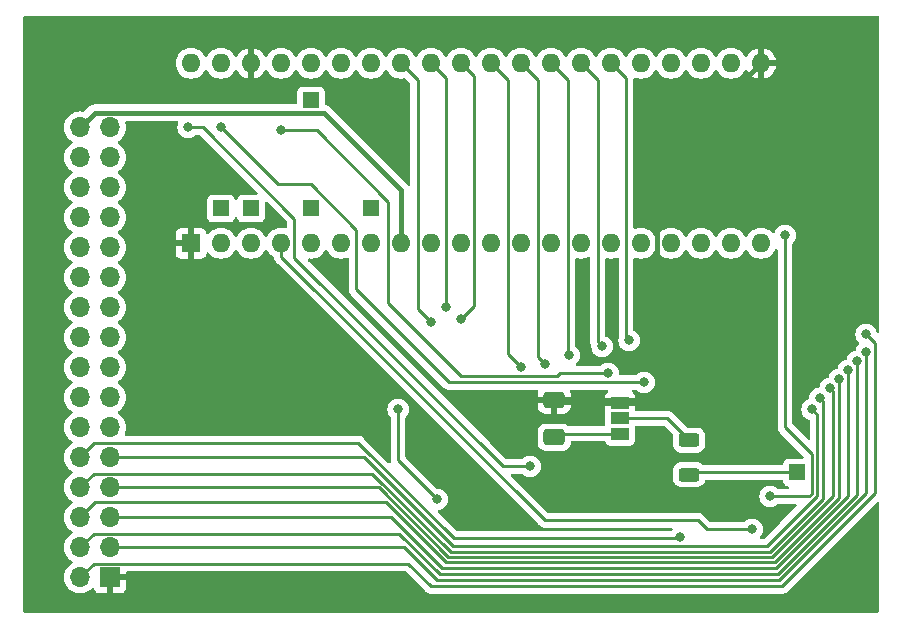
<source format=gbr>
%TF.GenerationSoftware,KiCad,Pcbnew,7.0.9-7.0.9~ubuntu20.04.1*%
%TF.CreationDate,2023-12-28T06:23:10+01:00*%
%TF.ProjectId,M50747_FP,4d353037-3437-45f4-9650-2e6b69636164,rev?*%
%TF.SameCoordinates,Original*%
%TF.FileFunction,Copper,L2,Bot*%
%TF.FilePolarity,Positive*%
%FSLAX46Y46*%
G04 Gerber Fmt 4.6, Leading zero omitted, Abs format (unit mm)*
G04 Created by KiCad (PCBNEW 7.0.9-7.0.9~ubuntu20.04.1) date 2023-12-28 06:23:10*
%MOMM*%
%LPD*%
G01*
G04 APERTURE LIST*
G04 Aperture macros list*
%AMRoundRect*
0 Rectangle with rounded corners*
0 $1 Rounding radius*
0 $2 $3 $4 $5 $6 $7 $8 $9 X,Y pos of 4 corners*
0 Add a 4 corners polygon primitive as box body*
4,1,4,$2,$3,$4,$5,$6,$7,$8,$9,$2,$3,0*
0 Add four circle primitives for the rounded corners*
1,1,$1+$1,$2,$3*
1,1,$1+$1,$4,$5*
1,1,$1+$1,$6,$7*
1,1,$1+$1,$8,$9*
0 Add four rect primitives between the rounded corners*
20,1,$1+$1,$2,$3,$4,$5,0*
20,1,$1+$1,$4,$5,$6,$7,0*
20,1,$1+$1,$6,$7,$8,$9,0*
20,1,$1+$1,$8,$9,$2,$3,0*%
G04 Aperture macros list end*
%TA.AperFunction,SMDPad,CuDef*%
%ADD10RoundRect,0.250000X0.650000X-0.412500X0.650000X0.412500X-0.650000X0.412500X-0.650000X-0.412500X0*%
%TD*%
%TA.AperFunction,ComponentPad*%
%ADD11R,1.350000X1.350000*%
%TD*%
%TA.AperFunction,ComponentPad*%
%ADD12R,1.600000X1.600000*%
%TD*%
%TA.AperFunction,ComponentPad*%
%ADD13O,1.600000X1.600000*%
%TD*%
%TA.AperFunction,ComponentPad*%
%ADD14R,1.700000X1.700000*%
%TD*%
%TA.AperFunction,ComponentPad*%
%ADD15O,1.700000X1.700000*%
%TD*%
%TA.AperFunction,SMDPad,CuDef*%
%ADD16R,1.500000X1.000000*%
%TD*%
%TA.AperFunction,SMDPad,CuDef*%
%ADD17RoundRect,0.250000X-0.625000X0.312500X-0.625000X-0.312500X0.625000X-0.312500X0.625000X0.312500X0*%
%TD*%
%TA.AperFunction,ViaPad*%
%ADD18C,0.800000*%
%TD*%
%TA.AperFunction,Conductor*%
%ADD19C,0.250000*%
%TD*%
%TA.AperFunction,Conductor*%
%ADD20C,0.400000*%
%TD*%
G04 APERTURE END LIST*
D10*
%TO.P,C1,1*%
%TO.N,+5V*%
X204470000Y-69165000D03*
%TO.P,C1,2*%
%TO.N,GND*%
X204470000Y-66040000D03*
%TD*%
D11*
%TO.P,J4,1,Pin_1*%
%TO.N,Net-(J4-Pin_1)*%
X183896000Y-40640000D03*
%TD*%
D12*
%TO.P,U3,1,VSS*%
%TO.N,GND*%
X173736000Y-52730400D03*
D13*
%TO.P,U3,2,~{HALT}*%
%TO.N,/~{HALT}*%
X176276000Y-52730400D03*
%TO.P,U3,3,MR*%
%TO.N,Net-(J3-Pin_1)*%
X178816000Y-52730400D03*
%TO.P,U3,4,~{IRQ}*%
%TO.N,/~{IRQ1}*%
X181356000Y-52730400D03*
%TO.P,U3,5,VMA*%
%TO.N,Net-(J6-Pin_1)*%
X183896000Y-52730400D03*
%TO.P,U3,6,~{NMI}*%
%TO.N,/~{NMI}*%
X186436000Y-52730400D03*
%TO.P,U3,7,BA*%
%TO.N,/BA*%
X188976000Y-52730400D03*
%TO.P,U3,8,VCC*%
%TO.N,+5V*%
X191516000Y-52730400D03*
%TO.P,U3,9,A0*%
%TO.N,/A0*%
X194056000Y-52730400D03*
%TO.P,U3,10,A1*%
%TO.N,/A1*%
X196596000Y-52730400D03*
%TO.P,U3,11,A2*%
%TO.N,/A2*%
X199136000Y-52730400D03*
%TO.P,U3,12,A3*%
%TO.N,/A3*%
X201676000Y-52730400D03*
%TO.P,U3,13,A4*%
%TO.N,/A4*%
X204216000Y-52730400D03*
%TO.P,U3,14,A5*%
%TO.N,/A5*%
X206756000Y-52730400D03*
%TO.P,U3,15,A6*%
%TO.N,/A6*%
X209296000Y-52730400D03*
%TO.P,U3,16,A7*%
%TO.N,/A7*%
X211836000Y-52730400D03*
%TO.P,U3,17,A8*%
%TO.N,/A8*%
X214376000Y-52730400D03*
%TO.P,U3,18,A9*%
%TO.N,/A9*%
X216916000Y-52730400D03*
%TO.P,U3,19,A10*%
%TO.N,/A10*%
X219456000Y-52730400D03*
%TO.P,U3,20,A11*%
%TO.N,/A11*%
X221996000Y-52730400D03*
%TO.P,U3,21,VSS*%
%TO.N,GND*%
X221996000Y-37490400D03*
%TO.P,U3,22,A12*%
%TO.N,/A12*%
X219456000Y-37490400D03*
%TO.P,U3,23,A13*%
%TO.N,/A13*%
X216916000Y-37490400D03*
%TO.P,U3,24,A14*%
%TO.N,/A14*%
X214376000Y-37490400D03*
%TO.P,U3,25,A15*%
%TO.N,/A15*%
X211836000Y-37490400D03*
%TO.P,U3,26,D7*%
%TO.N,/D7*%
X209296000Y-37490400D03*
%TO.P,U3,27,D6*%
%TO.N,/D6*%
X206756000Y-37490400D03*
%TO.P,U3,28,D5*%
%TO.N,/D5*%
X204216000Y-37490400D03*
%TO.P,U3,29,D4*%
%TO.N,/D4*%
X201676000Y-37490400D03*
%TO.P,U3,30,D3*%
%TO.N,/D3*%
X199136000Y-37490400D03*
%TO.P,U3,31,D2*%
%TO.N,/D2*%
X196596000Y-37490400D03*
%TO.P,U3,32,D1*%
%TO.N,/D1*%
X194056000Y-37490400D03*
%TO.P,U3,33,D0*%
%TO.N,/D0*%
X191516000Y-37490400D03*
%TO.P,U3,34,R/~{W}*%
%TO.N,/R{slash}~{W}*%
X188976000Y-37490400D03*
%TO.P,U3,35,VCC_STANDBY*%
%TO.N,+5C*%
X186436000Y-37490400D03*
%TO.P,U3,36,RE*%
%TO.N,Net-(J4-Pin_1)*%
X183896000Y-37490400D03*
%TO.P,U3,37,E*%
%TO.N,/PHI2*%
X181356000Y-37490400D03*
%TO.P,U3,38,XTAL*%
%TO.N,GND*%
X178816000Y-37490400D03*
%TO.P,U3,39,EXTAL*%
%TO.N,/CPUCLK*%
X176276000Y-37490400D03*
%TO.P,U3,40,~{RESET}*%
%TO.N,/~{RST}*%
X173736000Y-37490400D03*
%TD*%
D14*
%TO.P,J1,1,Pin_1*%
%TO.N,GND*%
X166878000Y-81026000D03*
D15*
%TO.P,J1,2,Pin_2*%
%TO.N,/P50*%
X164338000Y-81026000D03*
%TO.P,J1,3,Pin_3*%
%TO.N,/P51*%
X166878000Y-78486000D03*
%TO.P,J1,4,Pin_4*%
%TO.N,/P52*%
X164338000Y-78486000D03*
%TO.P,J1,5,Pin_5*%
%TO.N,/P53*%
X166878000Y-75946000D03*
%TO.P,J1,6,Pin_6*%
%TO.N,/P54*%
X164338000Y-75946000D03*
%TO.P,J1,7,Pin_7*%
%TO.N,/P55*%
X166878000Y-73406000D03*
%TO.P,J1,8,Pin_8*%
%TO.N,/P56*%
X164338000Y-73406000D03*
%TO.P,J1,9,Pin_9*%
%TO.N,/P57*%
X166878000Y-70866000D03*
%TO.P,J1,10,Pin_10*%
%TO.N,/SYNC*%
X164338000Y-70866000D03*
%TO.P,J1,11,Pin_11*%
%TO.N,/P33*%
X166878000Y-68326000D03*
%TO.P,J1,12,Pin_12*%
%TO.N,/P34*%
X164338000Y-68326000D03*
%TO.P,J1,13,Pin_13*%
%TO.N,/P35*%
X166878000Y-65786000D03*
%TO.P,J1,14,Pin_14*%
%TO.N,/P36*%
X164338000Y-65786000D03*
%TO.P,J1,15,Pin_15*%
%TO.N,/P37*%
X166878000Y-63246000D03*
%TO.P,J1,16,Pin_16*%
%TO.N,/P40*%
X164338000Y-63246000D03*
%TO.P,J1,17,Pin_17*%
%TO.N,/P41*%
X166878000Y-60706000D03*
%TO.P,J1,18,Pin_18*%
%TO.N,/P42*%
X164338000Y-60706000D03*
%TO.P,J1,19,Pin_19*%
%TO.N,/P43*%
X166878000Y-58166000D03*
%TO.P,J1,20,Pin_20*%
%TO.N,/P44*%
X164338000Y-58166000D03*
%TO.P,J1,21,Pin_21*%
%TO.N,/P45*%
X166878000Y-55626000D03*
%TO.P,J1,22,Pin_22*%
%TO.N,/P46*%
X164338000Y-55626000D03*
%TO.P,J1,23,Pin_23*%
%TO.N,/P47*%
X166878000Y-53086000D03*
%TO.P,J1,24,Pin_24*%
%TO.N,/P60*%
X164338000Y-53086000D03*
%TO.P,J1,25,Pin_25*%
%TO.N,/P61*%
X166878000Y-50546000D03*
%TO.P,J1,26,Pin_26*%
%TO.N,/P62*%
X164338000Y-50546000D03*
%TO.P,J1,27,Pin_27*%
%TO.N,/P63*%
X166878000Y-48006000D03*
%TO.P,J1,28,Pin_28*%
%TO.N,/P64*%
X164338000Y-48006000D03*
%TO.P,J1,29,Pin_29*%
%TO.N,/P65*%
X166878000Y-45466000D03*
%TO.P,J1,30,Pin_30*%
%TO.N,/P66*%
X164338000Y-45466000D03*
%TO.P,J1,31,Pin_31*%
%TO.N,/P67*%
X166878000Y-42926000D03*
%TO.P,J1,32,Pin_32*%
%TO.N,+5V*%
X164338000Y-42926000D03*
%TD*%
D11*
%TO.P,J7,1,Pin_1*%
%TO.N,/BA*%
X188976000Y-49784000D03*
%TD*%
%TO.P,J6,1,Pin_1*%
%TO.N,Net-(J6-Pin_1)*%
X183896000Y-49784000D03*
%TD*%
D16*
%TO.P,JP1,1,A*%
%TO.N,GND*%
X210058000Y-66264000D03*
%TO.P,JP1,2,C*%
%TO.N,Net-(JP1-C)*%
X210058000Y-67564000D03*
%TO.P,JP1,3,B*%
%TO.N,+5V*%
X210058000Y-68864000D03*
%TD*%
D11*
%TO.P,J2,1,Pin_1*%
%TO.N,Net-(J2-Pin_1)*%
X225044000Y-72136000D03*
%TD*%
%TO.P,J8,1,Pin_1*%
%TO.N,/~{HALT}*%
X176276000Y-49784000D03*
%TD*%
%TO.P,J3,1,Pin_1*%
%TO.N,Net-(J3-Pin_1)*%
X178816000Y-49784000D03*
%TD*%
D17*
%TO.P,R1,1*%
%TO.N,Net-(JP1-C)*%
X215900000Y-69403500D03*
%TO.P,R1,2*%
%TO.N,Net-(J2-Pin_1)*%
X215900000Y-72328500D03*
%TD*%
D18*
%TO.N,/PHI2*%
X181356000Y-43180000D03*
X209042000Y-63754000D03*
%TO.N,/CPUCLK*%
X212090000Y-64516000D03*
X176276000Y-42926000D03*
%TO.N,/~{RST}*%
X202438000Y-71628000D03*
X173482000Y-42926000D03*
%TO.N,/~{IRQ1}*%
X221234000Y-76962000D03*
%TO.N,/R{slash}~{W}*%
X224028000Y-52070000D03*
X222758000Y-74167980D03*
%TO.N,/P50*%
X230886000Y-60452000D03*
%TO.N,/P51*%
X230886000Y-61976000D03*
%TO.N,/P52*%
X230124000Y-62738000D03*
%TO.N,/P53*%
X229362000Y-63500000D03*
%TO.N,/P54*%
X228600000Y-64262000D03*
%TO.N,/P55*%
X227838000Y-65024000D03*
%TO.N,/P56*%
X226964342Y-65860431D03*
%TO.N,/P57*%
X226314000Y-66802000D03*
%TO.N,/SYNC*%
X215138000Y-77631000D03*
%TO.N,/~{NMI}*%
X191262000Y-66802000D03*
X194564000Y-74422000D03*
%TO.N,/D0*%
X194056000Y-59436000D03*
%TO.N,/D1*%
X195326000Y-58166000D03*
%TO.N,/D2*%
X196596000Y-59182000D03*
%TO.N,/D3*%
X201676000Y-63246000D03*
%TO.N,/D4*%
X203708000Y-62992000D03*
%TO.N,/D5*%
X205740000Y-62230000D03*
%TO.N,/D6*%
X208534000Y-61468000D03*
%TO.N,/D7*%
X210820000Y-60960000D03*
%TO.N,Net-(JP1-C)*%
X215899998Y-69403500D03*
%TO.N,+5V*%
X204470000Y-69165000D03*
%TO.N,GND*%
X204470000Y-66040000D03*
%TD*%
D19*
%TO.N,/PHI2*%
X204978000Y-63754000D02*
X204724000Y-64008000D01*
X204724000Y-64008000D02*
X196596000Y-64008000D01*
X190391000Y-57803000D02*
X190391000Y-49199000D01*
X190391000Y-49199000D02*
X184372000Y-43180000D01*
X184372000Y-43180000D02*
X181356000Y-43180000D01*
X209042000Y-63754000D02*
X204978000Y-63754000D01*
X196596000Y-64008000D02*
X190391000Y-57803000D01*
%TO.N,Net-(JP1-C)*%
X210058000Y-67564000D02*
X214060500Y-67564000D01*
X214060500Y-67564000D02*
X215900000Y-69403500D01*
%TO.N,Net-(J2-Pin_1)*%
X215900000Y-72328500D02*
X216092500Y-72136000D01*
X216092500Y-72136000D02*
X225044000Y-72136000D01*
D20*
%TO.N,GND*%
X221996000Y-37490400D02*
X213176000Y-46310400D01*
X213176000Y-46310400D02*
X213176000Y-65462000D01*
X213176000Y-65462000D02*
X212598000Y-66040000D01*
X212598000Y-66040000D02*
X204470000Y-66040000D01*
D19*
%TO.N,/CPUCLK*%
X183864000Y-47752000D02*
X187706000Y-51594000D01*
X187706000Y-51594000D02*
X187706000Y-56642000D01*
X176276000Y-42926000D02*
X181102000Y-47752000D01*
X181102000Y-47752000D02*
X183864000Y-47752000D01*
X187706000Y-56642000D02*
X195580000Y-64516000D01*
X195580000Y-64516000D02*
X212090000Y-64516000D01*
%TO.N,/~{IRQ1}*%
X221234000Y-76962000D02*
X217424000Y-76962000D01*
%TO.N,/~{RST}*%
X182481000Y-50655000D02*
X174752000Y-42926000D01*
%TO.N,/~{IRQ1}*%
X216662000Y-76200000D02*
X203694230Y-76200000D01*
X217424000Y-76962000D02*
X216662000Y-76200000D01*
X203694230Y-76200000D02*
X181356000Y-53861770D01*
%TO.N,/~{RST}*%
X200152000Y-71628000D02*
X182481000Y-53957000D01*
%TO.N,/~{IRQ1}*%
X181356000Y-53861770D02*
X181356000Y-52730400D01*
%TO.N,/~{RST}*%
X174752000Y-42926000D02*
X173482000Y-42926000D01*
X182481000Y-53957000D02*
X182481000Y-50655000D01*
X202438000Y-71628000D02*
X200152000Y-71628000D01*
%TO.N,/R{slash}~{W}*%
X226298000Y-73930000D02*
X226060020Y-74167980D01*
X224028000Y-68326000D02*
X226298000Y-70596000D01*
X226060020Y-74167980D02*
X222758000Y-74167980D01*
X224028000Y-52070000D02*
X224028000Y-68326000D01*
X226298000Y-70596000D02*
X226298000Y-73930000D01*
%TO.N,/P57*%
X226764000Y-67252000D02*
X226314000Y-66802000D01*
X222458396Y-78406000D02*
X226764000Y-74100396D01*
X195885188Y-78406000D02*
X222458396Y-78406000D01*
X166878000Y-70866000D02*
X188345188Y-70866000D01*
X226764000Y-74100396D02*
X226764000Y-67252000D01*
X188345188Y-70866000D02*
X195885188Y-78406000D01*
%TO.N,/P56*%
X189073792Y-72231000D02*
X195698792Y-78856000D01*
X227214000Y-74404020D02*
X227214000Y-66110089D01*
X195698792Y-78856000D02*
X222762020Y-78856000D01*
X222762020Y-78856000D02*
X227214000Y-74404020D01*
X164338000Y-73406000D02*
X165513000Y-72231000D01*
X165513000Y-72231000D02*
X189073792Y-72231000D01*
X227214000Y-66110089D02*
X226964342Y-65860431D01*
%TO.N,/P50*%
X230886000Y-60452000D02*
X231648000Y-61214000D01*
X231648000Y-61214000D02*
X231648000Y-73914000D01*
X231648000Y-73914000D02*
X223774000Y-81788000D01*
X223774000Y-81788000D02*
X194056000Y-81788000D01*
X194056000Y-81788000D02*
X192119000Y-79851000D01*
X192119000Y-79851000D02*
X165513000Y-79851000D01*
X165513000Y-79851000D02*
X164338000Y-81026000D01*
%TO.N,/P52*%
X223391604Y-80772000D02*
X194818000Y-80772000D01*
%TO.N,/P55*%
X222948416Y-79306000D02*
X228092000Y-74162416D01*
%TO.N,/P54*%
X223134812Y-79756000D02*
X228600000Y-74290812D01*
%TO.N,/P53*%
X229362000Y-74165208D02*
X229362000Y-63500000D01*
%TO.N,/P51*%
X230886000Y-73914000D02*
X230886000Y-61976000D01*
X223520000Y-81280000D02*
X230886000Y-73914000D01*
%TO.N,/P52*%
X191357000Y-77311000D02*
X165513000Y-77311000D01*
%TO.N,/P55*%
X166878000Y-73406000D02*
X189612396Y-73406000D01*
%TO.N,/P53*%
X166878000Y-75946000D02*
X190628396Y-75946000D01*
%TO.N,/P54*%
X195326000Y-79756000D02*
X223134812Y-79756000D01*
%TO.N,/P51*%
X194564000Y-81280000D02*
X223520000Y-81280000D01*
X191770000Y-78486000D02*
X194564000Y-81280000D01*
%TO.N,/P53*%
X223263208Y-80264000D02*
X229362000Y-74165208D01*
%TO.N,/P54*%
X165608000Y-74676000D02*
X190246000Y-74676000D01*
%TO.N,/P51*%
X166878000Y-78486000D02*
X191770000Y-78486000D01*
%TO.N,/P55*%
X228092000Y-74162416D02*
X228092000Y-65278000D01*
%TO.N,/P52*%
X230124000Y-74039604D02*
X223391604Y-80772000D01*
%TO.N,/P55*%
X189612396Y-73406000D02*
X195512396Y-79306000D01*
X228092000Y-65278000D02*
X227838000Y-65024000D01*
X195512396Y-79306000D02*
X222948416Y-79306000D01*
%TO.N,/P52*%
X230124000Y-62738000D02*
X230124000Y-74039604D01*
%TO.N,/P53*%
X194946396Y-80264000D02*
X223263208Y-80264000D01*
%TO.N,/P54*%
X164338000Y-75946000D02*
X165608000Y-74676000D01*
X190246000Y-74676000D02*
X195326000Y-79756000D01*
X228600000Y-74290812D02*
X228600000Y-64262000D01*
%TO.N,/P52*%
X165513000Y-77311000D02*
X164338000Y-78486000D01*
%TO.N,/P53*%
X190628396Y-75946000D02*
X194946396Y-80264000D01*
%TO.N,/P52*%
X194818000Y-80772000D02*
X191357000Y-77311000D01*
%TO.N,/SYNC*%
X165550000Y-69654000D02*
X187892396Y-69654000D01*
X187892396Y-69654000D02*
X195962396Y-77724000D01*
X215045000Y-77724000D02*
X215138000Y-77631000D01*
X195962396Y-77724000D02*
X215045000Y-77724000D01*
X164338000Y-70866000D02*
X165550000Y-69654000D01*
%TO.N,/~{NMI}*%
X191262000Y-71120000D02*
X191262000Y-66802000D01*
X194564000Y-74422000D02*
X191262000Y-71120000D01*
D20*
%TO.N,+5V*%
X164338000Y-42926000D02*
X165588000Y-41676000D01*
X165588000Y-41676000D02*
X182821000Y-41676000D01*
X182821000Y-41676000D02*
X182860000Y-41715000D01*
X182860000Y-41715000D02*
X184971000Y-41715000D01*
X184971000Y-41715000D02*
X191516000Y-48260000D01*
X191516000Y-48260000D02*
X191516000Y-52730400D01*
D19*
%TO.N,/D0*%
X194056000Y-59436000D02*
X192931000Y-58311000D01*
X192931000Y-58311000D02*
X192931000Y-38905400D01*
X192931000Y-38905400D02*
X191516000Y-37490400D01*
%TO.N,/D1*%
X195326000Y-58166000D02*
X195326000Y-38760400D01*
X195326000Y-38760400D02*
X194056000Y-37490400D01*
%TO.N,/D2*%
X196596000Y-59182000D02*
X197721000Y-58057000D01*
X197721000Y-58057000D02*
X197721000Y-38615400D01*
X197721000Y-38615400D02*
X196596000Y-37490400D01*
%TO.N,/D3*%
X200551000Y-62121000D02*
X200551000Y-38905400D01*
X201676000Y-63246000D02*
X200551000Y-62121000D01*
X200551000Y-38905400D02*
X199136000Y-37490400D01*
%TO.N,/D4*%
X203091000Y-38905400D02*
X201676000Y-37490400D01*
X203091000Y-62375000D02*
X203091000Y-38905400D01*
X203708000Y-62992000D02*
X203091000Y-62375000D01*
%TO.N,/D5*%
X205740000Y-62230000D02*
X205631000Y-62121000D01*
X205631000Y-62121000D02*
X205631000Y-38905400D01*
X205631000Y-38905400D02*
X204216000Y-37490400D01*
%TO.N,/D7*%
X210566000Y-60706000D02*
X210820000Y-60960000D01*
X210566000Y-38760400D02*
X210566000Y-60706000D01*
X209296000Y-37490400D02*
X210566000Y-38760400D01*
%TO.N,/D6*%
X208534000Y-61468000D02*
X208171000Y-61105000D01*
X208171000Y-61105000D02*
X208171000Y-38905400D01*
X208171000Y-38905400D02*
X206756000Y-37490400D01*
%TO.N,+5V*%
X210058000Y-68864000D02*
X204771000Y-68864000D01*
X204771000Y-68864000D02*
X204470000Y-69165000D01*
%TO.N,GND*%
X210058000Y-66264000D02*
X204694000Y-66264000D01*
X204694000Y-66264000D02*
X204470000Y-66040000D01*
%TD*%
%TA.AperFunction,Conductor*%
%TO.N,GND*%
G36*
X231942539Y-33520185D02*
G01*
X231988294Y-33572989D01*
X231999500Y-33624500D01*
X231999500Y-60182015D01*
X231979815Y-60249054D01*
X231927011Y-60294809D01*
X231857853Y-60304753D01*
X231794297Y-60275728D01*
X231757569Y-60220333D01*
X231713181Y-60083722D01*
X231713180Y-60083721D01*
X231713179Y-60083716D01*
X231618533Y-59919784D01*
X231491871Y-59779112D01*
X231491870Y-59779111D01*
X231338734Y-59667851D01*
X231338729Y-59667848D01*
X231165807Y-59590857D01*
X231165802Y-59590855D01*
X231020001Y-59559865D01*
X230980646Y-59551500D01*
X230791354Y-59551500D01*
X230758897Y-59558398D01*
X230606197Y-59590855D01*
X230606192Y-59590857D01*
X230433270Y-59667848D01*
X230433265Y-59667851D01*
X230280129Y-59779111D01*
X230153466Y-59919785D01*
X230058821Y-60083715D01*
X230058818Y-60083722D01*
X230007279Y-60242344D01*
X230000326Y-60263744D01*
X229980540Y-60452000D01*
X230000326Y-60640256D01*
X230000327Y-60640259D01*
X230058818Y-60820277D01*
X230058821Y-60820284D01*
X230153467Y-60984216D01*
X230271058Y-61114814D01*
X230284478Y-61129718D01*
X230282633Y-61131378D01*
X230313413Y-61181374D01*
X230312061Y-61251230D01*
X230282796Y-61296767D01*
X230284478Y-61298282D01*
X230153466Y-61443785D01*
X230058821Y-61607715D01*
X230058819Y-61607719D01*
X230002929Y-61779731D01*
X229963491Y-61837406D01*
X229910781Y-61862702D01*
X229844195Y-61876856D01*
X229844192Y-61876857D01*
X229671270Y-61953848D01*
X229671265Y-61953851D01*
X229518129Y-62065111D01*
X229391466Y-62205785D01*
X229296821Y-62369715D01*
X229296819Y-62369719D01*
X229240929Y-62541731D01*
X229201491Y-62599406D01*
X229148781Y-62624702D01*
X229082195Y-62638856D01*
X229082192Y-62638857D01*
X228909270Y-62715848D01*
X228909265Y-62715851D01*
X228756129Y-62827111D01*
X228629466Y-62967785D01*
X228534821Y-63131715D01*
X228534819Y-63131719D01*
X228478929Y-63303731D01*
X228439491Y-63361406D01*
X228386781Y-63386702D01*
X228320195Y-63400856D01*
X228320192Y-63400857D01*
X228147270Y-63477848D01*
X228147265Y-63477851D01*
X227994129Y-63589111D01*
X227867466Y-63729785D01*
X227772821Y-63893715D01*
X227772819Y-63893719D01*
X227716929Y-64065731D01*
X227677491Y-64123406D01*
X227624781Y-64148702D01*
X227558195Y-64162856D01*
X227558192Y-64162857D01*
X227385270Y-64239848D01*
X227385265Y-64239851D01*
X227232129Y-64351111D01*
X227105466Y-64491785D01*
X227010821Y-64655715D01*
X227010818Y-64655722D01*
X226980996Y-64747506D01*
X226952326Y-64835744D01*
X226950280Y-64855208D01*
X226923696Y-64919821D01*
X226866398Y-64959805D01*
X226852741Y-64963534D01*
X226684539Y-64999286D01*
X226684534Y-64999288D01*
X226511612Y-65076279D01*
X226511607Y-65076282D01*
X226358471Y-65187542D01*
X226231808Y-65328216D01*
X226137163Y-65492146D01*
X226137160Y-65492153D01*
X226083722Y-65656620D01*
X226078668Y-65672175D01*
X226074046Y-65716155D01*
X226058709Y-65862075D01*
X226032124Y-65926689D01*
X225985825Y-65962392D01*
X225861267Y-66017850D01*
X225861265Y-66017851D01*
X225708129Y-66129111D01*
X225581466Y-66269785D01*
X225486821Y-66433715D01*
X225486818Y-66433722D01*
X225431105Y-66605190D01*
X225428326Y-66613744D01*
X225408540Y-66802000D01*
X225428326Y-66990256D01*
X225428327Y-66990259D01*
X225486818Y-67170277D01*
X225486821Y-67170284D01*
X225581467Y-67334216D01*
X225656650Y-67417715D01*
X225708129Y-67474888D01*
X225861265Y-67586148D01*
X225861270Y-67586151D01*
X226034192Y-67663142D01*
X226034194Y-67663143D01*
X226034195Y-67663143D01*
X226034197Y-67663144D01*
X226040277Y-67664436D01*
X226101760Y-67697627D01*
X226135539Y-67758789D01*
X226138500Y-67785727D01*
X226138500Y-69252547D01*
X226118815Y-69319586D01*
X226066011Y-69365341D01*
X225996853Y-69375285D01*
X225933297Y-69346260D01*
X225926819Y-69340228D01*
X224689819Y-68103228D01*
X224656334Y-68041905D01*
X224653500Y-68015547D01*
X224653500Y-52768687D01*
X224673185Y-52701648D01*
X224685350Y-52685715D01*
X224703891Y-52665122D01*
X224760533Y-52602216D01*
X224855179Y-52438284D01*
X224913674Y-52258256D01*
X224933460Y-52070000D01*
X224913674Y-51881744D01*
X224855179Y-51701716D01*
X224760533Y-51537784D01*
X224633871Y-51397112D01*
X224633870Y-51397111D01*
X224480734Y-51285851D01*
X224480729Y-51285848D01*
X224307807Y-51208857D01*
X224307802Y-51208855D01*
X224162001Y-51177865D01*
X224122646Y-51169500D01*
X223933354Y-51169500D01*
X223900897Y-51176398D01*
X223748197Y-51208855D01*
X223748192Y-51208857D01*
X223575270Y-51285848D01*
X223575265Y-51285851D01*
X223422129Y-51397111D01*
X223295466Y-51537785D01*
X223200821Y-51701715D01*
X223200819Y-51701719D01*
X223166648Y-51806887D01*
X223127210Y-51864562D01*
X223062851Y-51891760D01*
X222994005Y-51879845D01*
X222961036Y-51856249D01*
X222835141Y-51730354D01*
X222648734Y-51599832D01*
X222648732Y-51599831D01*
X222442497Y-51503661D01*
X222442488Y-51503658D01*
X222222697Y-51444766D01*
X222222693Y-51444765D01*
X222222692Y-51444765D01*
X222222691Y-51444764D01*
X222222686Y-51444764D01*
X221996002Y-51424932D01*
X221995998Y-51424932D01*
X221769313Y-51444764D01*
X221769302Y-51444766D01*
X221549511Y-51503658D01*
X221549502Y-51503661D01*
X221343267Y-51599831D01*
X221343265Y-51599832D01*
X221156858Y-51730354D01*
X220995954Y-51891258D01*
X220865432Y-52077665D01*
X220865431Y-52077667D01*
X220838382Y-52135675D01*
X220792209Y-52188114D01*
X220725016Y-52207266D01*
X220658135Y-52187050D01*
X220613618Y-52135675D01*
X220586568Y-52077667D01*
X220586567Y-52077665D01*
X220456045Y-51891258D01*
X220295141Y-51730354D01*
X220108734Y-51599832D01*
X220108732Y-51599831D01*
X219902497Y-51503661D01*
X219902488Y-51503658D01*
X219682697Y-51444766D01*
X219682693Y-51444765D01*
X219682692Y-51444765D01*
X219682691Y-51444764D01*
X219682686Y-51444764D01*
X219456002Y-51424932D01*
X219455998Y-51424932D01*
X219229313Y-51444764D01*
X219229302Y-51444766D01*
X219009511Y-51503658D01*
X219009502Y-51503661D01*
X218803267Y-51599831D01*
X218803265Y-51599832D01*
X218616858Y-51730354D01*
X218455954Y-51891258D01*
X218325432Y-52077665D01*
X218325431Y-52077667D01*
X218298382Y-52135675D01*
X218252209Y-52188114D01*
X218185016Y-52207266D01*
X218118135Y-52187050D01*
X218073618Y-52135675D01*
X218046568Y-52077667D01*
X218046567Y-52077665D01*
X217916045Y-51891258D01*
X217755141Y-51730354D01*
X217568734Y-51599832D01*
X217568732Y-51599831D01*
X217362497Y-51503661D01*
X217362488Y-51503658D01*
X217142697Y-51444766D01*
X217142693Y-51444765D01*
X217142692Y-51444765D01*
X217142691Y-51444764D01*
X217142686Y-51444764D01*
X216916002Y-51424932D01*
X216915998Y-51424932D01*
X216689313Y-51444764D01*
X216689302Y-51444766D01*
X216469511Y-51503658D01*
X216469502Y-51503661D01*
X216263267Y-51599831D01*
X216263265Y-51599832D01*
X216076858Y-51730354D01*
X215915954Y-51891258D01*
X215785432Y-52077665D01*
X215785431Y-52077667D01*
X215758382Y-52135675D01*
X215712209Y-52188114D01*
X215645016Y-52207266D01*
X215578135Y-52187050D01*
X215533618Y-52135675D01*
X215506568Y-52077667D01*
X215506567Y-52077665D01*
X215376045Y-51891258D01*
X215215141Y-51730354D01*
X215028734Y-51599832D01*
X215028732Y-51599831D01*
X214822497Y-51503661D01*
X214822488Y-51503658D01*
X214602697Y-51444766D01*
X214602693Y-51444765D01*
X214602692Y-51444765D01*
X214602691Y-51444764D01*
X214602686Y-51444764D01*
X214376002Y-51424932D01*
X214375998Y-51424932D01*
X214149313Y-51444764D01*
X214149302Y-51444766D01*
X213929511Y-51503658D01*
X213929502Y-51503661D01*
X213723267Y-51599831D01*
X213723265Y-51599832D01*
X213536858Y-51730354D01*
X213375954Y-51891258D01*
X213245432Y-52077665D01*
X213245431Y-52077667D01*
X213218382Y-52135675D01*
X213172209Y-52188114D01*
X213105016Y-52207266D01*
X213038135Y-52187050D01*
X212993618Y-52135675D01*
X212966568Y-52077667D01*
X212966567Y-52077665D01*
X212836045Y-51891258D01*
X212675141Y-51730354D01*
X212488734Y-51599832D01*
X212488732Y-51599831D01*
X212282497Y-51503661D01*
X212282488Y-51503658D01*
X212062697Y-51444766D01*
X212062693Y-51444765D01*
X212062692Y-51444765D01*
X212062691Y-51444764D01*
X212062686Y-51444764D01*
X211836002Y-51424932D01*
X211835998Y-51424932D01*
X211609313Y-51444764D01*
X211609302Y-51444766D01*
X211389511Y-51503658D01*
X211389501Y-51503662D01*
X211367901Y-51513734D01*
X211298824Y-51524224D01*
X211235040Y-51495702D01*
X211196803Y-51437224D01*
X211191500Y-51401350D01*
X211191500Y-38843137D01*
X211193224Y-38827523D01*
X211192938Y-38827496D01*
X211194407Y-38811962D01*
X211196988Y-38812206D01*
X211211378Y-38756787D01*
X211262711Y-38709389D01*
X211331521Y-38697267D01*
X211370161Y-38708119D01*
X211389504Y-38717139D01*
X211609308Y-38776035D01*
X211766780Y-38789812D01*
X211835998Y-38795868D01*
X211836000Y-38795868D01*
X211836002Y-38795868D01*
X211892673Y-38790909D01*
X212062692Y-38776035D01*
X212282496Y-38717139D01*
X212488734Y-38620968D01*
X212675139Y-38490447D01*
X212836047Y-38329539D01*
X212966568Y-38143134D01*
X212993618Y-38085124D01*
X213039790Y-38032685D01*
X213106983Y-38013533D01*
X213173865Y-38033748D01*
X213218382Y-38085125D01*
X213245429Y-38143128D01*
X213245432Y-38143134D01*
X213375954Y-38329541D01*
X213536858Y-38490445D01*
X213536861Y-38490447D01*
X213723266Y-38620968D01*
X213929504Y-38717139D01*
X214149308Y-38776035D01*
X214306780Y-38789812D01*
X214375998Y-38795868D01*
X214376000Y-38795868D01*
X214376002Y-38795868D01*
X214432673Y-38790909D01*
X214602692Y-38776035D01*
X214822496Y-38717139D01*
X215028734Y-38620968D01*
X215215139Y-38490447D01*
X215376047Y-38329539D01*
X215506568Y-38143134D01*
X215533618Y-38085124D01*
X215579790Y-38032685D01*
X215646983Y-38013533D01*
X215713865Y-38033748D01*
X215758382Y-38085125D01*
X215785429Y-38143128D01*
X215785432Y-38143134D01*
X215915954Y-38329541D01*
X216076858Y-38490445D01*
X216076861Y-38490447D01*
X216263266Y-38620968D01*
X216469504Y-38717139D01*
X216689308Y-38776035D01*
X216846780Y-38789812D01*
X216915998Y-38795868D01*
X216916000Y-38795868D01*
X216916002Y-38795868D01*
X216972673Y-38790909D01*
X217142692Y-38776035D01*
X217362496Y-38717139D01*
X217568734Y-38620968D01*
X217755139Y-38490447D01*
X217916047Y-38329539D01*
X218046568Y-38143134D01*
X218073618Y-38085124D01*
X218119790Y-38032685D01*
X218186983Y-38013533D01*
X218253865Y-38033748D01*
X218298382Y-38085125D01*
X218325429Y-38143128D01*
X218325432Y-38143134D01*
X218455954Y-38329541D01*
X218616858Y-38490445D01*
X218616861Y-38490447D01*
X218803266Y-38620968D01*
X219009504Y-38717139D01*
X219229308Y-38776035D01*
X219386780Y-38789812D01*
X219455998Y-38795868D01*
X219456000Y-38795868D01*
X219456002Y-38795868D01*
X219512673Y-38790909D01*
X219682692Y-38776035D01*
X219902496Y-38717139D01*
X220108734Y-38620968D01*
X220295139Y-38490447D01*
X220456047Y-38329539D01*
X220586568Y-38143134D01*
X220613895Y-38084529D01*
X220660064Y-38032095D01*
X220727257Y-38012942D01*
X220794139Y-38033157D01*
X220838657Y-38084533D01*
X220865865Y-38142882D01*
X220996342Y-38329220D01*
X221157179Y-38490057D01*
X221343517Y-38620534D01*
X221549673Y-38716665D01*
X221549682Y-38716669D01*
X221745999Y-38769272D01*
X221746000Y-38769271D01*
X221746000Y-37806086D01*
X221757955Y-37818041D01*
X221870852Y-37875565D01*
X221964519Y-37890400D01*
X222027481Y-37890400D01*
X222121148Y-37875565D01*
X222234045Y-37818041D01*
X222246000Y-37806086D01*
X222246000Y-38769272D01*
X222442317Y-38716669D01*
X222442326Y-38716665D01*
X222648482Y-38620534D01*
X222834820Y-38490057D01*
X222995657Y-38329220D01*
X223126134Y-38142882D01*
X223222265Y-37936726D01*
X223222269Y-37936717D01*
X223274872Y-37740400D01*
X222311686Y-37740400D01*
X222323641Y-37728445D01*
X222381165Y-37615548D01*
X222400986Y-37490400D01*
X222381165Y-37365252D01*
X222323641Y-37252355D01*
X222311686Y-37240400D01*
X223274872Y-37240400D01*
X223274872Y-37240399D01*
X223222269Y-37044082D01*
X223222265Y-37044073D01*
X223126134Y-36837917D01*
X222995657Y-36651579D01*
X222834820Y-36490742D01*
X222648482Y-36360265D01*
X222442328Y-36264134D01*
X222246000Y-36211527D01*
X222246000Y-37174714D01*
X222234045Y-37162759D01*
X222121148Y-37105235D01*
X222027481Y-37090400D01*
X221964519Y-37090400D01*
X221870852Y-37105235D01*
X221757955Y-37162759D01*
X221746000Y-37174714D01*
X221746000Y-36211527D01*
X221549671Y-36264134D01*
X221343517Y-36360265D01*
X221157179Y-36490742D01*
X220996342Y-36651579D01*
X220865867Y-36837915D01*
X220838657Y-36896267D01*
X220792484Y-36948706D01*
X220725290Y-36967857D01*
X220658409Y-36947641D01*
X220613893Y-36896265D01*
X220586685Y-36837918D01*
X220586568Y-36837666D01*
X220456047Y-36651261D01*
X220456045Y-36651258D01*
X220295141Y-36490354D01*
X220108734Y-36359832D01*
X220108732Y-36359831D01*
X219902497Y-36263661D01*
X219902488Y-36263658D01*
X219682697Y-36204766D01*
X219682693Y-36204765D01*
X219682692Y-36204765D01*
X219682691Y-36204764D01*
X219682686Y-36204764D01*
X219456002Y-36184932D01*
X219455998Y-36184932D01*
X219229313Y-36204764D01*
X219229302Y-36204766D01*
X219009511Y-36263658D01*
X219009502Y-36263661D01*
X218803267Y-36359831D01*
X218803265Y-36359832D01*
X218616858Y-36490354D01*
X218455954Y-36651258D01*
X218325432Y-36837665D01*
X218325431Y-36837667D01*
X218298382Y-36895675D01*
X218252209Y-36948114D01*
X218185016Y-36967266D01*
X218118135Y-36947050D01*
X218073618Y-36895675D01*
X218046686Y-36837920D01*
X218046568Y-36837666D01*
X217916047Y-36651261D01*
X217916045Y-36651258D01*
X217755141Y-36490354D01*
X217568734Y-36359832D01*
X217568732Y-36359831D01*
X217362497Y-36263661D01*
X217362488Y-36263658D01*
X217142697Y-36204766D01*
X217142693Y-36204765D01*
X217142692Y-36204765D01*
X217142691Y-36204764D01*
X217142686Y-36204764D01*
X216916002Y-36184932D01*
X216915998Y-36184932D01*
X216689313Y-36204764D01*
X216689302Y-36204766D01*
X216469511Y-36263658D01*
X216469502Y-36263661D01*
X216263267Y-36359831D01*
X216263265Y-36359832D01*
X216076858Y-36490354D01*
X215915954Y-36651258D01*
X215785432Y-36837665D01*
X215785431Y-36837667D01*
X215758382Y-36895675D01*
X215712209Y-36948114D01*
X215645016Y-36967266D01*
X215578135Y-36947050D01*
X215533618Y-36895675D01*
X215506686Y-36837920D01*
X215506568Y-36837666D01*
X215376047Y-36651261D01*
X215376045Y-36651258D01*
X215215141Y-36490354D01*
X215028734Y-36359832D01*
X215028732Y-36359831D01*
X214822497Y-36263661D01*
X214822488Y-36263658D01*
X214602697Y-36204766D01*
X214602693Y-36204765D01*
X214602692Y-36204765D01*
X214602691Y-36204764D01*
X214602686Y-36204764D01*
X214376002Y-36184932D01*
X214375998Y-36184932D01*
X214149313Y-36204764D01*
X214149302Y-36204766D01*
X213929511Y-36263658D01*
X213929502Y-36263661D01*
X213723267Y-36359831D01*
X213723265Y-36359832D01*
X213536858Y-36490354D01*
X213375954Y-36651258D01*
X213245432Y-36837665D01*
X213245431Y-36837667D01*
X213218382Y-36895675D01*
X213172209Y-36948114D01*
X213105016Y-36967266D01*
X213038135Y-36947050D01*
X212993618Y-36895675D01*
X212966686Y-36837920D01*
X212966568Y-36837666D01*
X212836047Y-36651261D01*
X212836045Y-36651258D01*
X212675141Y-36490354D01*
X212488734Y-36359832D01*
X212488732Y-36359831D01*
X212282497Y-36263661D01*
X212282488Y-36263658D01*
X212062697Y-36204766D01*
X212062693Y-36204765D01*
X212062692Y-36204765D01*
X212062691Y-36204764D01*
X212062686Y-36204764D01*
X211836002Y-36184932D01*
X211835998Y-36184932D01*
X211609313Y-36204764D01*
X211609302Y-36204766D01*
X211389511Y-36263658D01*
X211389502Y-36263661D01*
X211183267Y-36359831D01*
X211183265Y-36359832D01*
X210996858Y-36490354D01*
X210835954Y-36651258D01*
X210705432Y-36837665D01*
X210705431Y-36837667D01*
X210678382Y-36895675D01*
X210632209Y-36948114D01*
X210565016Y-36967266D01*
X210498135Y-36947050D01*
X210453618Y-36895675D01*
X210426686Y-36837920D01*
X210426568Y-36837666D01*
X210296047Y-36651261D01*
X210296045Y-36651258D01*
X210135141Y-36490354D01*
X209948734Y-36359832D01*
X209948732Y-36359831D01*
X209742497Y-36263661D01*
X209742488Y-36263658D01*
X209522697Y-36204766D01*
X209522693Y-36204765D01*
X209522692Y-36204765D01*
X209522691Y-36204764D01*
X209522686Y-36204764D01*
X209296002Y-36184932D01*
X209295998Y-36184932D01*
X209069313Y-36204764D01*
X209069302Y-36204766D01*
X208849511Y-36263658D01*
X208849502Y-36263661D01*
X208643267Y-36359831D01*
X208643265Y-36359832D01*
X208456858Y-36490354D01*
X208295954Y-36651258D01*
X208165432Y-36837665D01*
X208165431Y-36837667D01*
X208138382Y-36895675D01*
X208092209Y-36948114D01*
X208025016Y-36967266D01*
X207958135Y-36947050D01*
X207913618Y-36895675D01*
X207886686Y-36837920D01*
X207886568Y-36837666D01*
X207756047Y-36651261D01*
X207756045Y-36651258D01*
X207595141Y-36490354D01*
X207408734Y-36359832D01*
X207408732Y-36359831D01*
X207202497Y-36263661D01*
X207202488Y-36263658D01*
X206982697Y-36204766D01*
X206982693Y-36204765D01*
X206982692Y-36204765D01*
X206982691Y-36204764D01*
X206982686Y-36204764D01*
X206756002Y-36184932D01*
X206755998Y-36184932D01*
X206529313Y-36204764D01*
X206529302Y-36204766D01*
X206309511Y-36263658D01*
X206309502Y-36263661D01*
X206103267Y-36359831D01*
X206103265Y-36359832D01*
X205916858Y-36490354D01*
X205755954Y-36651258D01*
X205625432Y-36837665D01*
X205625431Y-36837667D01*
X205598382Y-36895675D01*
X205552209Y-36948114D01*
X205485016Y-36967266D01*
X205418135Y-36947050D01*
X205373618Y-36895675D01*
X205346686Y-36837920D01*
X205346568Y-36837666D01*
X205216047Y-36651261D01*
X205216045Y-36651258D01*
X205055141Y-36490354D01*
X204868734Y-36359832D01*
X204868732Y-36359831D01*
X204662497Y-36263661D01*
X204662488Y-36263658D01*
X204442697Y-36204766D01*
X204442693Y-36204765D01*
X204442692Y-36204765D01*
X204442691Y-36204764D01*
X204442686Y-36204764D01*
X204216002Y-36184932D01*
X204215998Y-36184932D01*
X203989313Y-36204764D01*
X203989302Y-36204766D01*
X203769511Y-36263658D01*
X203769502Y-36263661D01*
X203563267Y-36359831D01*
X203563265Y-36359832D01*
X203376858Y-36490354D01*
X203215954Y-36651258D01*
X203085432Y-36837665D01*
X203085431Y-36837667D01*
X203058382Y-36895675D01*
X203012209Y-36948114D01*
X202945016Y-36967266D01*
X202878135Y-36947050D01*
X202833618Y-36895675D01*
X202806686Y-36837920D01*
X202806568Y-36837666D01*
X202676047Y-36651261D01*
X202676045Y-36651258D01*
X202515141Y-36490354D01*
X202328734Y-36359832D01*
X202328732Y-36359831D01*
X202122497Y-36263661D01*
X202122488Y-36263658D01*
X201902697Y-36204766D01*
X201902693Y-36204765D01*
X201902692Y-36204765D01*
X201902691Y-36204764D01*
X201902686Y-36204764D01*
X201676002Y-36184932D01*
X201675998Y-36184932D01*
X201449313Y-36204764D01*
X201449302Y-36204766D01*
X201229511Y-36263658D01*
X201229502Y-36263661D01*
X201023267Y-36359831D01*
X201023265Y-36359832D01*
X200836858Y-36490354D01*
X200675954Y-36651258D01*
X200545432Y-36837665D01*
X200545431Y-36837667D01*
X200518382Y-36895675D01*
X200472209Y-36948114D01*
X200405016Y-36967266D01*
X200338135Y-36947050D01*
X200293618Y-36895675D01*
X200266686Y-36837920D01*
X200266568Y-36837666D01*
X200136047Y-36651261D01*
X200136045Y-36651258D01*
X199975141Y-36490354D01*
X199788734Y-36359832D01*
X199788732Y-36359831D01*
X199582497Y-36263661D01*
X199582488Y-36263658D01*
X199362697Y-36204766D01*
X199362693Y-36204765D01*
X199362692Y-36204765D01*
X199362691Y-36204764D01*
X199362686Y-36204764D01*
X199136002Y-36184932D01*
X199135998Y-36184932D01*
X198909313Y-36204764D01*
X198909302Y-36204766D01*
X198689511Y-36263658D01*
X198689502Y-36263661D01*
X198483267Y-36359831D01*
X198483265Y-36359832D01*
X198296858Y-36490354D01*
X198135954Y-36651258D01*
X198005432Y-36837665D01*
X198005431Y-36837667D01*
X197978382Y-36895675D01*
X197932209Y-36948114D01*
X197865016Y-36967266D01*
X197798135Y-36947050D01*
X197753618Y-36895675D01*
X197726686Y-36837920D01*
X197726568Y-36837666D01*
X197596047Y-36651261D01*
X197596045Y-36651258D01*
X197435141Y-36490354D01*
X197248734Y-36359832D01*
X197248732Y-36359831D01*
X197042497Y-36263661D01*
X197042488Y-36263658D01*
X196822697Y-36204766D01*
X196822693Y-36204765D01*
X196822692Y-36204765D01*
X196822691Y-36204764D01*
X196822686Y-36204764D01*
X196596002Y-36184932D01*
X196595998Y-36184932D01*
X196369313Y-36204764D01*
X196369302Y-36204766D01*
X196149511Y-36263658D01*
X196149502Y-36263661D01*
X195943267Y-36359831D01*
X195943265Y-36359832D01*
X195756858Y-36490354D01*
X195595954Y-36651258D01*
X195465432Y-36837665D01*
X195465431Y-36837667D01*
X195438382Y-36895675D01*
X195392209Y-36948114D01*
X195325016Y-36967266D01*
X195258135Y-36947050D01*
X195213618Y-36895675D01*
X195186686Y-36837920D01*
X195186568Y-36837666D01*
X195056047Y-36651261D01*
X195056045Y-36651258D01*
X194895141Y-36490354D01*
X194708734Y-36359832D01*
X194708732Y-36359831D01*
X194502497Y-36263661D01*
X194502488Y-36263658D01*
X194282697Y-36204766D01*
X194282693Y-36204765D01*
X194282692Y-36204765D01*
X194282691Y-36204764D01*
X194282686Y-36204764D01*
X194056002Y-36184932D01*
X194055998Y-36184932D01*
X193829313Y-36204764D01*
X193829302Y-36204766D01*
X193609511Y-36263658D01*
X193609502Y-36263661D01*
X193403267Y-36359831D01*
X193403265Y-36359832D01*
X193216858Y-36490354D01*
X193055954Y-36651258D01*
X192925432Y-36837665D01*
X192925431Y-36837667D01*
X192898382Y-36895675D01*
X192852209Y-36948114D01*
X192785016Y-36967266D01*
X192718135Y-36947050D01*
X192673618Y-36895675D01*
X192646686Y-36837920D01*
X192646568Y-36837666D01*
X192516047Y-36651261D01*
X192516045Y-36651258D01*
X192355141Y-36490354D01*
X192168734Y-36359832D01*
X192168732Y-36359831D01*
X191962497Y-36263661D01*
X191962488Y-36263658D01*
X191742697Y-36204766D01*
X191742693Y-36204765D01*
X191742692Y-36204765D01*
X191742691Y-36204764D01*
X191742686Y-36204764D01*
X191516002Y-36184932D01*
X191515998Y-36184932D01*
X191289313Y-36204764D01*
X191289302Y-36204766D01*
X191069511Y-36263658D01*
X191069502Y-36263661D01*
X190863267Y-36359831D01*
X190863265Y-36359832D01*
X190676858Y-36490354D01*
X190515954Y-36651258D01*
X190385432Y-36837665D01*
X190385431Y-36837667D01*
X190358382Y-36895675D01*
X190312209Y-36948114D01*
X190245016Y-36967266D01*
X190178135Y-36947050D01*
X190133618Y-36895675D01*
X190106686Y-36837920D01*
X190106568Y-36837666D01*
X189976047Y-36651261D01*
X189976045Y-36651258D01*
X189815141Y-36490354D01*
X189628734Y-36359832D01*
X189628732Y-36359831D01*
X189422497Y-36263661D01*
X189422488Y-36263658D01*
X189202697Y-36204766D01*
X189202693Y-36204765D01*
X189202692Y-36204765D01*
X189202691Y-36204764D01*
X189202686Y-36204764D01*
X188976002Y-36184932D01*
X188975998Y-36184932D01*
X188749313Y-36204764D01*
X188749302Y-36204766D01*
X188529511Y-36263658D01*
X188529502Y-36263661D01*
X188323267Y-36359831D01*
X188323265Y-36359832D01*
X188136858Y-36490354D01*
X187975954Y-36651258D01*
X187845432Y-36837665D01*
X187845431Y-36837667D01*
X187818382Y-36895675D01*
X187772209Y-36948114D01*
X187705016Y-36967266D01*
X187638135Y-36947050D01*
X187593618Y-36895675D01*
X187566686Y-36837920D01*
X187566568Y-36837666D01*
X187436047Y-36651261D01*
X187436045Y-36651258D01*
X187275141Y-36490354D01*
X187088734Y-36359832D01*
X187088732Y-36359831D01*
X186882497Y-36263661D01*
X186882488Y-36263658D01*
X186662697Y-36204766D01*
X186662693Y-36204765D01*
X186662692Y-36204765D01*
X186662691Y-36204764D01*
X186662686Y-36204764D01*
X186436002Y-36184932D01*
X186435998Y-36184932D01*
X186209313Y-36204764D01*
X186209302Y-36204766D01*
X185989511Y-36263658D01*
X185989502Y-36263661D01*
X185783267Y-36359831D01*
X185783265Y-36359832D01*
X185596858Y-36490354D01*
X185435954Y-36651258D01*
X185305432Y-36837665D01*
X185305431Y-36837667D01*
X185278382Y-36895675D01*
X185232209Y-36948114D01*
X185165016Y-36967266D01*
X185098135Y-36947050D01*
X185053618Y-36895675D01*
X185026686Y-36837920D01*
X185026568Y-36837666D01*
X184896047Y-36651261D01*
X184896045Y-36651258D01*
X184735141Y-36490354D01*
X184548734Y-36359832D01*
X184548732Y-36359831D01*
X184342497Y-36263661D01*
X184342488Y-36263658D01*
X184122697Y-36204766D01*
X184122693Y-36204765D01*
X184122692Y-36204765D01*
X184122691Y-36204764D01*
X184122686Y-36204764D01*
X183896002Y-36184932D01*
X183895998Y-36184932D01*
X183669313Y-36204764D01*
X183669302Y-36204766D01*
X183449511Y-36263658D01*
X183449502Y-36263661D01*
X183243267Y-36359831D01*
X183243265Y-36359832D01*
X183056858Y-36490354D01*
X182895954Y-36651258D01*
X182765432Y-36837665D01*
X182765431Y-36837667D01*
X182738382Y-36895675D01*
X182692209Y-36948114D01*
X182625016Y-36967266D01*
X182558135Y-36947050D01*
X182513618Y-36895675D01*
X182486686Y-36837920D01*
X182486568Y-36837666D01*
X182356047Y-36651261D01*
X182356045Y-36651258D01*
X182195141Y-36490354D01*
X182008734Y-36359832D01*
X182008732Y-36359831D01*
X181802497Y-36263661D01*
X181802488Y-36263658D01*
X181582697Y-36204766D01*
X181582693Y-36204765D01*
X181582692Y-36204765D01*
X181582691Y-36204764D01*
X181582686Y-36204764D01*
X181356002Y-36184932D01*
X181355998Y-36184932D01*
X181129313Y-36204764D01*
X181129302Y-36204766D01*
X180909511Y-36263658D01*
X180909502Y-36263661D01*
X180703267Y-36359831D01*
X180703265Y-36359832D01*
X180516858Y-36490354D01*
X180355954Y-36651258D01*
X180225433Y-36837664D01*
X180225432Y-36837666D01*
X180225315Y-36837918D01*
X180198106Y-36896267D01*
X180151933Y-36948706D01*
X180084739Y-36967857D01*
X180017858Y-36947641D01*
X179973342Y-36896265D01*
X179946135Y-36837920D01*
X179946134Y-36837918D01*
X179815657Y-36651579D01*
X179654820Y-36490742D01*
X179468482Y-36360265D01*
X179262328Y-36264134D01*
X179066000Y-36211527D01*
X179066000Y-37174714D01*
X179054045Y-37162759D01*
X178941148Y-37105235D01*
X178847481Y-37090400D01*
X178784519Y-37090400D01*
X178690852Y-37105235D01*
X178577955Y-37162759D01*
X178566000Y-37174714D01*
X178566000Y-36211527D01*
X178369671Y-36264134D01*
X178163517Y-36360265D01*
X177977179Y-36490742D01*
X177816342Y-36651579D01*
X177685867Y-36837915D01*
X177658657Y-36896267D01*
X177612484Y-36948706D01*
X177545290Y-36967857D01*
X177478409Y-36947641D01*
X177433893Y-36896265D01*
X177406685Y-36837918D01*
X177406568Y-36837666D01*
X177276047Y-36651261D01*
X177276045Y-36651258D01*
X177115141Y-36490354D01*
X176928734Y-36359832D01*
X176928732Y-36359831D01*
X176722497Y-36263661D01*
X176722488Y-36263658D01*
X176502697Y-36204766D01*
X176502693Y-36204765D01*
X176502692Y-36204765D01*
X176502691Y-36204764D01*
X176502686Y-36204764D01*
X176276002Y-36184932D01*
X176275998Y-36184932D01*
X176049313Y-36204764D01*
X176049302Y-36204766D01*
X175829511Y-36263658D01*
X175829502Y-36263661D01*
X175623267Y-36359831D01*
X175623265Y-36359832D01*
X175436858Y-36490354D01*
X175275954Y-36651258D01*
X175145432Y-36837665D01*
X175145431Y-36837667D01*
X175118382Y-36895675D01*
X175072209Y-36948114D01*
X175005016Y-36967266D01*
X174938135Y-36947050D01*
X174893618Y-36895675D01*
X174866686Y-36837920D01*
X174866568Y-36837666D01*
X174736047Y-36651261D01*
X174736045Y-36651258D01*
X174575141Y-36490354D01*
X174388734Y-36359832D01*
X174388732Y-36359831D01*
X174182497Y-36263661D01*
X174182488Y-36263658D01*
X173962697Y-36204766D01*
X173962693Y-36204765D01*
X173962692Y-36204765D01*
X173962691Y-36204764D01*
X173962686Y-36204764D01*
X173736002Y-36184932D01*
X173735998Y-36184932D01*
X173509313Y-36204764D01*
X173509302Y-36204766D01*
X173289511Y-36263658D01*
X173289502Y-36263661D01*
X173083267Y-36359831D01*
X173083265Y-36359832D01*
X172896858Y-36490354D01*
X172735954Y-36651258D01*
X172605432Y-36837665D01*
X172605431Y-36837667D01*
X172509261Y-37043902D01*
X172509258Y-37043911D01*
X172450366Y-37263702D01*
X172450364Y-37263713D01*
X172430532Y-37490398D01*
X172430532Y-37490401D01*
X172450364Y-37717086D01*
X172450366Y-37717097D01*
X172509258Y-37936888D01*
X172509261Y-37936897D01*
X172605431Y-38143132D01*
X172605432Y-38143134D01*
X172735954Y-38329541D01*
X172896858Y-38490445D01*
X172896861Y-38490447D01*
X173083266Y-38620968D01*
X173289504Y-38717139D01*
X173509308Y-38776035D01*
X173666780Y-38789812D01*
X173735998Y-38795868D01*
X173736000Y-38795868D01*
X173736002Y-38795868D01*
X173792673Y-38790909D01*
X173962692Y-38776035D01*
X174182496Y-38717139D01*
X174388734Y-38620968D01*
X174575139Y-38490447D01*
X174736047Y-38329539D01*
X174866568Y-38143134D01*
X174893618Y-38085124D01*
X174939790Y-38032685D01*
X175006983Y-38013533D01*
X175073865Y-38033748D01*
X175118382Y-38085125D01*
X175145429Y-38143128D01*
X175145432Y-38143134D01*
X175275954Y-38329541D01*
X175436858Y-38490445D01*
X175436861Y-38490447D01*
X175623266Y-38620968D01*
X175829504Y-38717139D01*
X176049308Y-38776035D01*
X176206780Y-38789812D01*
X176275998Y-38795868D01*
X176276000Y-38795868D01*
X176276002Y-38795868D01*
X176332673Y-38790909D01*
X176502692Y-38776035D01*
X176722496Y-38717139D01*
X176928734Y-38620968D01*
X177115139Y-38490447D01*
X177276047Y-38329539D01*
X177406568Y-38143134D01*
X177433895Y-38084529D01*
X177480064Y-38032095D01*
X177547257Y-38012942D01*
X177614139Y-38033157D01*
X177658657Y-38084533D01*
X177685865Y-38142882D01*
X177816342Y-38329220D01*
X177977179Y-38490057D01*
X178163517Y-38620534D01*
X178369673Y-38716665D01*
X178369682Y-38716669D01*
X178565999Y-38769272D01*
X178566000Y-38769271D01*
X178566000Y-37806086D01*
X178577955Y-37818041D01*
X178690852Y-37875565D01*
X178784519Y-37890400D01*
X178847481Y-37890400D01*
X178941148Y-37875565D01*
X179054045Y-37818041D01*
X179066000Y-37806086D01*
X179066000Y-38769272D01*
X179262317Y-38716669D01*
X179262326Y-38716665D01*
X179468482Y-38620534D01*
X179654820Y-38490057D01*
X179815657Y-38329220D01*
X179946132Y-38142884D01*
X179973341Y-38084534D01*
X180019513Y-38032095D01*
X180086707Y-38012942D01*
X180153588Y-38033157D01*
X180198106Y-38084533D01*
X180225431Y-38143132D01*
X180225432Y-38143134D01*
X180355954Y-38329541D01*
X180516858Y-38490445D01*
X180516861Y-38490447D01*
X180703266Y-38620968D01*
X180909504Y-38717139D01*
X181129308Y-38776035D01*
X181286780Y-38789812D01*
X181355998Y-38795868D01*
X181356000Y-38795868D01*
X181356002Y-38795868D01*
X181412673Y-38790909D01*
X181582692Y-38776035D01*
X181802496Y-38717139D01*
X182008734Y-38620968D01*
X182195139Y-38490447D01*
X182356047Y-38329539D01*
X182486568Y-38143134D01*
X182513618Y-38085124D01*
X182559790Y-38032685D01*
X182626983Y-38013533D01*
X182693865Y-38033748D01*
X182738382Y-38085125D01*
X182765429Y-38143128D01*
X182765432Y-38143134D01*
X182895954Y-38329541D01*
X183056858Y-38490445D01*
X183056861Y-38490447D01*
X183243266Y-38620968D01*
X183449504Y-38717139D01*
X183669308Y-38776035D01*
X183826780Y-38789812D01*
X183895998Y-38795868D01*
X183896000Y-38795868D01*
X183896002Y-38795868D01*
X183952673Y-38790909D01*
X184122692Y-38776035D01*
X184342496Y-38717139D01*
X184548734Y-38620968D01*
X184735139Y-38490447D01*
X184896047Y-38329539D01*
X185026568Y-38143134D01*
X185053618Y-38085124D01*
X185099790Y-38032685D01*
X185166983Y-38013533D01*
X185233865Y-38033748D01*
X185278382Y-38085125D01*
X185305429Y-38143128D01*
X185305432Y-38143134D01*
X185435954Y-38329541D01*
X185596858Y-38490445D01*
X185596861Y-38490447D01*
X185783266Y-38620968D01*
X185989504Y-38717139D01*
X186209308Y-38776035D01*
X186366780Y-38789812D01*
X186435998Y-38795868D01*
X186436000Y-38795868D01*
X186436002Y-38795868D01*
X186492673Y-38790909D01*
X186662692Y-38776035D01*
X186882496Y-38717139D01*
X187088734Y-38620968D01*
X187275139Y-38490447D01*
X187436047Y-38329539D01*
X187566568Y-38143134D01*
X187593618Y-38085124D01*
X187639790Y-38032685D01*
X187706983Y-38013533D01*
X187773865Y-38033748D01*
X187818382Y-38085125D01*
X187845429Y-38143128D01*
X187845432Y-38143134D01*
X187975954Y-38329541D01*
X188136858Y-38490445D01*
X188136861Y-38490447D01*
X188323266Y-38620968D01*
X188529504Y-38717139D01*
X188749308Y-38776035D01*
X188906780Y-38789812D01*
X188975998Y-38795868D01*
X188976000Y-38795868D01*
X188976002Y-38795868D01*
X189032673Y-38790909D01*
X189202692Y-38776035D01*
X189422496Y-38717139D01*
X189628734Y-38620968D01*
X189815139Y-38490447D01*
X189976047Y-38329539D01*
X190106568Y-38143134D01*
X190133618Y-38085124D01*
X190179790Y-38032685D01*
X190246983Y-38013533D01*
X190313865Y-38033748D01*
X190358382Y-38085125D01*
X190385429Y-38143128D01*
X190385432Y-38143134D01*
X190515954Y-38329541D01*
X190676858Y-38490445D01*
X190676861Y-38490447D01*
X190863266Y-38620968D01*
X191069504Y-38717139D01*
X191289308Y-38776035D01*
X191446780Y-38789812D01*
X191515998Y-38795868D01*
X191516000Y-38795868D01*
X191516002Y-38795868D01*
X191572673Y-38790909D01*
X191742692Y-38776035D01*
X191811048Y-38757719D01*
X191880897Y-38759382D01*
X191930822Y-38789813D01*
X192269181Y-39128171D01*
X192302666Y-39189494D01*
X192305500Y-39215852D01*
X192305500Y-47772534D01*
X192285815Y-47839573D01*
X192233011Y-47885328D01*
X192163853Y-47895272D01*
X192100297Y-47866247D01*
X192083905Y-47849027D01*
X192081628Y-47846121D01*
X192079419Y-47843119D01*
X192044183Y-47792071D01*
X191997750Y-47750935D01*
X191995056Y-47748399D01*
X185482598Y-41235941D01*
X185480064Y-41233250D01*
X185438929Y-41186817D01*
X185438928Y-41186816D01*
X185438924Y-41186812D01*
X185387896Y-41151591D01*
X185384887Y-41149377D01*
X185336060Y-41111124D01*
X185336055Y-41111120D01*
X185326813Y-41106961D01*
X185307266Y-41095936D01*
X185298931Y-41090183D01*
X185298932Y-41090183D01*
X185298930Y-41090182D01*
X185240941Y-41068189D01*
X185237490Y-41066759D01*
X185202876Y-41051181D01*
X185180932Y-41041305D01*
X185180930Y-41041304D01*
X185180929Y-41041304D01*
X185173139Y-41039876D01*
X185110748Y-41008426D01*
X185075265Y-40948237D01*
X185071499Y-40917909D01*
X185071499Y-39917129D01*
X185071498Y-39917123D01*
X185071497Y-39917116D01*
X185065091Y-39857517D01*
X185014796Y-39722669D01*
X185014795Y-39722668D01*
X185014793Y-39722664D01*
X184928547Y-39607455D01*
X184928544Y-39607452D01*
X184813335Y-39521206D01*
X184813328Y-39521202D01*
X184678482Y-39470908D01*
X184678483Y-39470908D01*
X184618883Y-39464501D01*
X184618881Y-39464500D01*
X184618873Y-39464500D01*
X184618864Y-39464500D01*
X183173129Y-39464500D01*
X183173123Y-39464501D01*
X183113516Y-39470908D01*
X182978671Y-39521202D01*
X182978664Y-39521206D01*
X182863455Y-39607452D01*
X182863452Y-39607455D01*
X182777206Y-39722664D01*
X182777202Y-39722671D01*
X182726908Y-39857517D01*
X182720501Y-39917116D01*
X182720501Y-39917123D01*
X182720500Y-39917135D01*
X182720501Y-40851500D01*
X182700817Y-40918539D01*
X182648013Y-40964294D01*
X182596501Y-40975500D01*
X165611048Y-40975500D01*
X165607303Y-40975387D01*
X165545396Y-40971642D01*
X165545389Y-40971642D01*
X165484386Y-40982821D01*
X165480685Y-40983384D01*
X165419128Y-40990859D01*
X165419121Y-40990861D01*
X165409647Y-40994454D01*
X165388049Y-41000475D01*
X165378068Y-41002305D01*
X165378063Y-41002306D01*
X165321505Y-41027761D01*
X165318046Y-41029193D01*
X165260070Y-41051181D01*
X165260066Y-41051184D01*
X165251723Y-41056942D01*
X165232188Y-41067960D01*
X165222948Y-41072119D01*
X165222939Y-41072124D01*
X165174124Y-41110368D01*
X165171109Y-41112586D01*
X165120068Y-41147818D01*
X165078942Y-41194240D01*
X165076375Y-41196966D01*
X164709994Y-41563347D01*
X164648671Y-41596832D01*
X164590225Y-41595442D01*
X164573410Y-41590937D01*
X164338001Y-41570341D01*
X164337999Y-41570341D01*
X164102596Y-41590936D01*
X164102586Y-41590938D01*
X163874344Y-41652094D01*
X163874335Y-41652098D01*
X163660171Y-41751964D01*
X163660169Y-41751965D01*
X163466597Y-41887505D01*
X163299505Y-42054597D01*
X163163965Y-42248169D01*
X163163964Y-42248171D01*
X163064098Y-42462335D01*
X163064094Y-42462344D01*
X163002938Y-42690586D01*
X163002936Y-42690596D01*
X162982341Y-42925999D01*
X162982341Y-42926000D01*
X163002936Y-43161403D01*
X163002938Y-43161413D01*
X163064094Y-43389655D01*
X163064096Y-43389659D01*
X163064097Y-43389663D01*
X163139563Y-43551500D01*
X163163965Y-43603830D01*
X163163967Y-43603834D01*
X163238412Y-43710151D01*
X163299501Y-43797396D01*
X163299506Y-43797402D01*
X163466597Y-43964493D01*
X163466603Y-43964498D01*
X163652158Y-44094425D01*
X163695783Y-44149002D01*
X163702977Y-44218500D01*
X163671454Y-44280855D01*
X163652158Y-44297575D01*
X163466597Y-44427505D01*
X163299505Y-44594597D01*
X163163965Y-44788169D01*
X163163964Y-44788171D01*
X163064098Y-45002335D01*
X163064094Y-45002344D01*
X163002938Y-45230586D01*
X163002936Y-45230596D01*
X162982341Y-45465999D01*
X162982341Y-45466000D01*
X163002936Y-45701403D01*
X163002938Y-45701413D01*
X163064094Y-45929655D01*
X163064096Y-45929659D01*
X163064097Y-45929663D01*
X163068000Y-45938032D01*
X163163965Y-46143830D01*
X163163967Y-46143834D01*
X163272281Y-46298521D01*
X163299501Y-46337396D01*
X163299506Y-46337402D01*
X163466597Y-46504493D01*
X163466603Y-46504498D01*
X163652158Y-46634425D01*
X163695783Y-46689002D01*
X163702977Y-46758500D01*
X163671454Y-46820855D01*
X163652158Y-46837575D01*
X163466597Y-46967505D01*
X163299505Y-47134597D01*
X163163965Y-47328169D01*
X163163964Y-47328171D01*
X163064098Y-47542335D01*
X163064094Y-47542344D01*
X163002938Y-47770586D01*
X163002936Y-47770596D01*
X162982341Y-48005999D01*
X162982341Y-48006000D01*
X163002936Y-48241403D01*
X163002938Y-48241413D01*
X163064094Y-48469655D01*
X163064096Y-48469659D01*
X163064097Y-48469663D01*
X163158703Y-48672546D01*
X163163965Y-48683830D01*
X163163967Y-48683834D01*
X163272281Y-48838521D01*
X163299501Y-48877396D01*
X163299506Y-48877402D01*
X163466597Y-49044493D01*
X163466603Y-49044498D01*
X163652158Y-49174425D01*
X163695783Y-49229002D01*
X163702977Y-49298500D01*
X163671454Y-49360855D01*
X163652158Y-49377575D01*
X163466597Y-49507505D01*
X163299505Y-49674597D01*
X163163965Y-49868169D01*
X163163964Y-49868171D01*
X163064098Y-50082335D01*
X163064094Y-50082344D01*
X163002938Y-50310586D01*
X163002936Y-50310596D01*
X162982341Y-50545999D01*
X162982341Y-50546000D01*
X163002936Y-50781403D01*
X163002938Y-50781413D01*
X163064094Y-51009655D01*
X163064096Y-51009659D01*
X163064097Y-51009663D01*
X163156983Y-51208857D01*
X163163965Y-51223830D01*
X163163967Y-51223834D01*
X163252667Y-51350509D01*
X163299501Y-51417396D01*
X163299506Y-51417402D01*
X163466597Y-51584493D01*
X163466603Y-51584498D01*
X163652158Y-51714425D01*
X163695783Y-51769002D01*
X163702977Y-51838500D01*
X163671454Y-51900855D01*
X163652158Y-51917575D01*
X163466597Y-52047505D01*
X163299505Y-52214597D01*
X163163965Y-52408169D01*
X163163964Y-52408171D01*
X163064098Y-52622335D01*
X163064094Y-52622344D01*
X163002938Y-52850586D01*
X163002936Y-52850596D01*
X162982341Y-53085999D01*
X162982341Y-53086000D01*
X163002936Y-53321403D01*
X163002938Y-53321413D01*
X163064094Y-53549655D01*
X163064096Y-53549659D01*
X163064097Y-53549663D01*
X163105187Y-53637780D01*
X163163965Y-53763830D01*
X163163967Y-53763834D01*
X163266945Y-53910900D01*
X163299501Y-53957396D01*
X163299506Y-53957402D01*
X163466597Y-54124493D01*
X163466603Y-54124498D01*
X163652158Y-54254425D01*
X163695783Y-54309002D01*
X163702977Y-54378500D01*
X163671454Y-54440855D01*
X163652158Y-54457575D01*
X163466597Y-54587505D01*
X163299505Y-54754597D01*
X163163965Y-54948169D01*
X163163964Y-54948171D01*
X163064098Y-55162335D01*
X163064094Y-55162344D01*
X163002938Y-55390586D01*
X163002936Y-55390596D01*
X162982341Y-55625999D01*
X162982341Y-55626000D01*
X163002936Y-55861403D01*
X163002938Y-55861413D01*
X163064094Y-56089655D01*
X163064096Y-56089659D01*
X163064097Y-56089663D01*
X163068000Y-56098032D01*
X163163965Y-56303830D01*
X163163967Y-56303834D01*
X163272281Y-56458521D01*
X163299501Y-56497396D01*
X163299506Y-56497402D01*
X163466597Y-56664493D01*
X163466603Y-56664498D01*
X163652158Y-56794425D01*
X163695783Y-56849002D01*
X163702977Y-56918500D01*
X163671454Y-56980855D01*
X163652158Y-56997575D01*
X163466597Y-57127505D01*
X163299505Y-57294597D01*
X163163965Y-57488169D01*
X163163964Y-57488171D01*
X163064098Y-57702335D01*
X163064094Y-57702344D01*
X163002938Y-57930586D01*
X163002936Y-57930596D01*
X162982341Y-58165999D01*
X162982341Y-58166000D01*
X163002936Y-58401403D01*
X163002938Y-58401413D01*
X163064094Y-58629655D01*
X163064096Y-58629659D01*
X163064097Y-58629663D01*
X163131474Y-58774152D01*
X163163965Y-58843830D01*
X163163967Y-58843834D01*
X163205945Y-58903784D01*
X163299501Y-59037396D01*
X163299506Y-59037402D01*
X163466597Y-59204493D01*
X163466603Y-59204498D01*
X163652158Y-59334425D01*
X163695783Y-59389002D01*
X163702977Y-59458500D01*
X163671454Y-59520855D01*
X163652158Y-59537575D01*
X163466597Y-59667505D01*
X163299505Y-59834597D01*
X163163965Y-60028169D01*
X163163964Y-60028171D01*
X163064098Y-60242335D01*
X163064094Y-60242344D01*
X163002938Y-60470586D01*
X163002936Y-60470596D01*
X162982341Y-60705999D01*
X162982341Y-60706000D01*
X163002936Y-60941403D01*
X163002938Y-60941413D01*
X163064094Y-61169655D01*
X163064096Y-61169659D01*
X163064097Y-61169663D01*
X163144004Y-61341023D01*
X163163965Y-61383830D01*
X163163967Y-61383834D01*
X163239856Y-61492214D01*
X163299501Y-61577396D01*
X163299506Y-61577402D01*
X163466597Y-61744493D01*
X163466603Y-61744498D01*
X163652158Y-61874425D01*
X163695783Y-61929002D01*
X163702977Y-61998500D01*
X163671454Y-62060855D01*
X163652158Y-62077575D01*
X163466597Y-62207505D01*
X163299505Y-62374597D01*
X163163965Y-62568169D01*
X163163964Y-62568171D01*
X163064098Y-62782335D01*
X163064094Y-62782344D01*
X163002938Y-63010586D01*
X163002936Y-63010596D01*
X162982341Y-63245999D01*
X162982341Y-63246000D01*
X163002936Y-63481403D01*
X163002938Y-63481413D01*
X163064094Y-63709655D01*
X163064096Y-63709659D01*
X163064097Y-63709663D01*
X163129292Y-63849474D01*
X163163965Y-63923830D01*
X163163967Y-63923834D01*
X163263325Y-64065731D01*
X163299501Y-64117396D01*
X163299506Y-64117402D01*
X163466597Y-64284493D01*
X163466603Y-64284498D01*
X163652158Y-64414425D01*
X163695783Y-64469002D01*
X163702977Y-64538500D01*
X163671454Y-64600855D01*
X163652158Y-64617575D01*
X163466597Y-64747505D01*
X163299505Y-64914597D01*
X163163965Y-65108169D01*
X163163964Y-65108171D01*
X163064098Y-65322335D01*
X163064094Y-65322344D01*
X163002938Y-65550586D01*
X163002936Y-65550596D01*
X162982341Y-65785999D01*
X162982341Y-65786000D01*
X163002936Y-66021403D01*
X163002938Y-66021413D01*
X163064094Y-66249655D01*
X163064096Y-66249659D01*
X163064097Y-66249663D01*
X163082907Y-66290000D01*
X163163965Y-66463830D01*
X163163967Y-66463834D01*
X163233755Y-66563501D01*
X163299501Y-66657396D01*
X163299506Y-66657402D01*
X163466597Y-66824493D01*
X163466603Y-66824498D01*
X163652158Y-66954425D01*
X163695783Y-67009002D01*
X163702977Y-67078500D01*
X163671454Y-67140855D01*
X163652158Y-67157575D01*
X163466597Y-67287505D01*
X163299505Y-67454597D01*
X163163965Y-67648169D01*
X163163964Y-67648171D01*
X163064098Y-67862335D01*
X163064094Y-67862344D01*
X163002938Y-68090586D01*
X163002936Y-68090596D01*
X162982341Y-68325999D01*
X162982341Y-68326000D01*
X163002936Y-68561403D01*
X163002938Y-68561413D01*
X163064094Y-68789655D01*
X163064096Y-68789659D01*
X163064097Y-68789663D01*
X163133361Y-68938200D01*
X163163965Y-69003830D01*
X163163967Y-69003834D01*
X163225463Y-69091658D01*
X163290037Y-69183880D01*
X163299501Y-69197395D01*
X163299506Y-69197402D01*
X163466597Y-69364493D01*
X163466603Y-69364498D01*
X163652158Y-69494425D01*
X163695783Y-69549002D01*
X163702977Y-69618500D01*
X163671454Y-69680855D01*
X163652158Y-69697575D01*
X163466597Y-69827505D01*
X163299505Y-69994597D01*
X163163965Y-70188169D01*
X163163964Y-70188171D01*
X163064098Y-70402335D01*
X163064094Y-70402344D01*
X163002938Y-70630586D01*
X163002936Y-70630596D01*
X162982341Y-70865999D01*
X162982341Y-70866000D01*
X163002936Y-71101403D01*
X163002938Y-71101413D01*
X163064094Y-71329655D01*
X163064096Y-71329659D01*
X163064097Y-71329663D01*
X163126882Y-71464306D01*
X163163965Y-71543830D01*
X163163967Y-71543834D01*
X163299501Y-71737395D01*
X163299506Y-71737402D01*
X163466597Y-71904493D01*
X163466603Y-71904498D01*
X163652158Y-72034425D01*
X163695783Y-72089002D01*
X163702977Y-72158500D01*
X163671454Y-72220855D01*
X163652158Y-72237575D01*
X163466597Y-72367505D01*
X163299505Y-72534597D01*
X163163965Y-72728169D01*
X163163964Y-72728171D01*
X163064098Y-72942335D01*
X163064094Y-72942344D01*
X163002938Y-73170586D01*
X163002936Y-73170596D01*
X162982341Y-73405999D01*
X162982341Y-73406000D01*
X163002936Y-73641403D01*
X163002938Y-73641413D01*
X163064094Y-73869655D01*
X163064096Y-73869659D01*
X163064097Y-73869663D01*
X163121619Y-73993019D01*
X163163965Y-74083830D01*
X163163967Y-74083834D01*
X163299501Y-74277395D01*
X163299506Y-74277402D01*
X163466597Y-74444493D01*
X163466603Y-74444498D01*
X163652158Y-74574425D01*
X163695783Y-74629002D01*
X163702977Y-74698500D01*
X163671454Y-74760855D01*
X163652158Y-74777575D01*
X163466597Y-74907505D01*
X163299505Y-75074597D01*
X163163965Y-75268169D01*
X163163964Y-75268171D01*
X163064098Y-75482335D01*
X163064094Y-75482344D01*
X163002938Y-75710586D01*
X163002936Y-75710596D01*
X162982341Y-75945999D01*
X162982341Y-75946000D01*
X163002936Y-76181403D01*
X163002938Y-76181413D01*
X163064094Y-76409655D01*
X163064096Y-76409659D01*
X163064097Y-76409663D01*
X163139563Y-76571500D01*
X163163965Y-76623830D01*
X163163967Y-76623834D01*
X163268933Y-76773740D01*
X163291128Y-76805438D01*
X163299501Y-76817395D01*
X163299506Y-76817402D01*
X163466597Y-76984493D01*
X163466603Y-76984498D01*
X163652158Y-77114425D01*
X163695783Y-77169002D01*
X163702977Y-77238500D01*
X163671454Y-77300855D01*
X163652158Y-77317575D01*
X163466597Y-77447505D01*
X163299505Y-77614597D01*
X163163965Y-77808169D01*
X163163964Y-77808171D01*
X163064098Y-78022335D01*
X163064094Y-78022344D01*
X163002938Y-78250586D01*
X163002936Y-78250596D01*
X162982341Y-78485999D01*
X162982341Y-78486000D01*
X163002936Y-78721403D01*
X163002938Y-78721413D01*
X163064094Y-78949655D01*
X163064096Y-78949659D01*
X163064097Y-78949663D01*
X163068000Y-78958032D01*
X163163965Y-79163830D01*
X163163967Y-79163834D01*
X163299501Y-79357395D01*
X163299506Y-79357402D01*
X163466597Y-79524493D01*
X163466603Y-79524498D01*
X163652158Y-79654425D01*
X163695783Y-79709002D01*
X163702977Y-79778500D01*
X163671454Y-79840855D01*
X163652158Y-79857575D01*
X163466597Y-79987505D01*
X163299505Y-80154597D01*
X163163965Y-80348169D01*
X163163964Y-80348171D01*
X163064098Y-80562335D01*
X163064094Y-80562344D01*
X163002938Y-80790586D01*
X163002936Y-80790596D01*
X162982341Y-81025999D01*
X162982341Y-81026000D01*
X163002936Y-81261403D01*
X163002938Y-81261413D01*
X163064094Y-81489655D01*
X163064096Y-81489659D01*
X163064097Y-81489663D01*
X163163965Y-81703830D01*
X163163967Y-81703834D01*
X163272281Y-81858521D01*
X163299505Y-81897401D01*
X163466599Y-82064495D01*
X163543135Y-82118086D01*
X163660165Y-82200032D01*
X163660167Y-82200033D01*
X163660170Y-82200035D01*
X163874337Y-82299903D01*
X163874343Y-82299904D01*
X163874344Y-82299905D01*
X163923582Y-82313098D01*
X164102592Y-82361063D01*
X164273319Y-82376000D01*
X164337999Y-82381659D01*
X164338000Y-82381659D01*
X164338001Y-82381659D01*
X164402681Y-82376000D01*
X164573408Y-82361063D01*
X164801663Y-82299903D01*
X165015830Y-82200035D01*
X165209401Y-82064495D01*
X165331717Y-81942178D01*
X165393036Y-81908696D01*
X165462728Y-81913680D01*
X165518662Y-81955551D01*
X165535577Y-81986528D01*
X165584646Y-82118088D01*
X165584649Y-82118093D01*
X165670809Y-82233187D01*
X165670812Y-82233190D01*
X165785906Y-82319350D01*
X165785913Y-82319354D01*
X165920620Y-82369596D01*
X165920627Y-82369598D01*
X165980155Y-82375999D01*
X165980172Y-82376000D01*
X166628000Y-82376000D01*
X166628000Y-81461501D01*
X166735685Y-81510680D01*
X166842237Y-81526000D01*
X166913763Y-81526000D01*
X167020315Y-81510680D01*
X167128000Y-81461501D01*
X167128000Y-82376000D01*
X167775828Y-82376000D01*
X167775844Y-82375999D01*
X167835372Y-82369598D01*
X167835379Y-82369596D01*
X167970086Y-82319354D01*
X167970093Y-82319350D01*
X168085187Y-82233190D01*
X168085190Y-82233187D01*
X168171350Y-82118093D01*
X168171354Y-82118086D01*
X168221596Y-81983379D01*
X168221598Y-81983372D01*
X168227999Y-81923844D01*
X168228000Y-81923827D01*
X168228000Y-81276000D01*
X167311686Y-81276000D01*
X167337493Y-81235844D01*
X167378000Y-81097889D01*
X167378000Y-80954111D01*
X167337493Y-80816156D01*
X167311686Y-80776000D01*
X168228000Y-80776000D01*
X168228000Y-80600500D01*
X168247685Y-80533461D01*
X168300489Y-80487706D01*
X168352000Y-80476500D01*
X191808548Y-80476500D01*
X191875587Y-80496185D01*
X191896229Y-80512819D01*
X193555194Y-82171784D01*
X193565019Y-82184048D01*
X193565240Y-82183866D01*
X193570210Y-82189873D01*
X193570213Y-82189876D01*
X193570214Y-82189877D01*
X193620651Y-82237241D01*
X193641530Y-82258120D01*
X193647004Y-82262366D01*
X193651442Y-82266156D01*
X193685418Y-82298062D01*
X193702973Y-82307713D01*
X193719231Y-82318392D01*
X193735064Y-82330674D01*
X193757015Y-82340172D01*
X193777837Y-82349183D01*
X193783081Y-82351752D01*
X193823908Y-82374197D01*
X193843312Y-82379179D01*
X193861710Y-82385478D01*
X193880105Y-82393438D01*
X193926129Y-82400726D01*
X193931832Y-82401907D01*
X193976981Y-82413500D01*
X193997016Y-82413500D01*
X194016413Y-82415026D01*
X194036196Y-82418160D01*
X194082584Y-82413775D01*
X194088422Y-82413500D01*
X223691257Y-82413500D01*
X223706877Y-82415224D01*
X223706904Y-82414939D01*
X223714660Y-82415671D01*
X223714667Y-82415673D01*
X223783814Y-82413500D01*
X223813350Y-82413500D01*
X223820228Y-82412630D01*
X223826041Y-82412172D01*
X223872627Y-82410709D01*
X223891869Y-82405117D01*
X223910912Y-82401174D01*
X223930792Y-82398664D01*
X223974122Y-82381507D01*
X223979646Y-82379617D01*
X223983396Y-82378527D01*
X224024390Y-82366618D01*
X224041629Y-82356422D01*
X224059103Y-82347862D01*
X224077727Y-82340488D01*
X224077727Y-82340487D01*
X224077732Y-82340486D01*
X224115449Y-82313082D01*
X224120305Y-82309892D01*
X224160420Y-82286170D01*
X224174589Y-82271999D01*
X224189379Y-82259368D01*
X224205587Y-82247594D01*
X224235299Y-82211676D01*
X224239212Y-82207376D01*
X231787821Y-74658768D01*
X231849142Y-74625285D01*
X231918834Y-74630269D01*
X231974767Y-74672141D01*
X231999184Y-74737605D01*
X231999500Y-74746451D01*
X231999500Y-83875500D01*
X231979815Y-83942539D01*
X231927011Y-83988294D01*
X231875500Y-83999500D01*
X159624500Y-83999500D01*
X159557461Y-83979815D01*
X159511706Y-83927011D01*
X159500500Y-83875500D01*
X159500500Y-33624500D01*
X159520185Y-33557461D01*
X159572989Y-33511706D01*
X159624500Y-33500500D01*
X231875500Y-33500500D01*
X231942539Y-33520185D01*
G37*
%TD.AperFunction*%
%TA.AperFunction,Conductor*%
G36*
X223346365Y-53246943D02*
G01*
X223391699Y-53300108D01*
X223402500Y-53350723D01*
X223402500Y-68243255D01*
X223400775Y-68258872D01*
X223401061Y-68258899D01*
X223400326Y-68266665D01*
X223402500Y-68335814D01*
X223402500Y-68365343D01*
X223402501Y-68365360D01*
X223403368Y-68372231D01*
X223403826Y-68378050D01*
X223405290Y-68424624D01*
X223405291Y-68424627D01*
X223410880Y-68443867D01*
X223414824Y-68462911D01*
X223417336Y-68482791D01*
X223434490Y-68526119D01*
X223436382Y-68531647D01*
X223449381Y-68576388D01*
X223459580Y-68593634D01*
X223468138Y-68611103D01*
X223475514Y-68629732D01*
X223502898Y-68667423D01*
X223506106Y-68672307D01*
X223529827Y-68712416D01*
X223529833Y-68712424D01*
X223543990Y-68726580D01*
X223556628Y-68741376D01*
X223568405Y-68757586D01*
X223568406Y-68757587D01*
X223604309Y-68787288D01*
X223608620Y-68791210D01*
X224625203Y-69807793D01*
X225566229Y-70748819D01*
X225599714Y-70810142D01*
X225594730Y-70879834D01*
X225552858Y-70935767D01*
X225487394Y-70960184D01*
X225478548Y-70960500D01*
X224321129Y-70960500D01*
X224321123Y-70960501D01*
X224261516Y-70966908D01*
X224126671Y-71017202D01*
X224126664Y-71017206D01*
X224011455Y-71103452D01*
X224011452Y-71103455D01*
X223925206Y-71218664D01*
X223925202Y-71218671D01*
X223874910Y-71353513D01*
X223874909Y-71353517D01*
X223869937Y-71399757D01*
X223843201Y-71464306D01*
X223785809Y-71504154D01*
X223746649Y-71510500D01*
X217132230Y-71510500D01*
X217065191Y-71490815D01*
X217044549Y-71474181D01*
X216993657Y-71423289D01*
X216993656Y-71423288D01*
X216858713Y-71340055D01*
X216844336Y-71331187D01*
X216844331Y-71331185D01*
X216819138Y-71322837D01*
X216677797Y-71276001D01*
X216677795Y-71276000D01*
X216575010Y-71265500D01*
X215224998Y-71265500D01*
X215224981Y-71265501D01*
X215122203Y-71276000D01*
X215122200Y-71276001D01*
X214955668Y-71331185D01*
X214955663Y-71331187D01*
X214806342Y-71423289D01*
X214682289Y-71547342D01*
X214590187Y-71696663D01*
X214590186Y-71696666D01*
X214535001Y-71863203D01*
X214535001Y-71863204D01*
X214535000Y-71863204D01*
X214524500Y-71965983D01*
X214524500Y-72691001D01*
X214524501Y-72691019D01*
X214535000Y-72793796D01*
X214535001Y-72793799D01*
X214560997Y-72872248D01*
X214590186Y-72960334D01*
X214682288Y-73109656D01*
X214806344Y-73233712D01*
X214955666Y-73325814D01*
X215122203Y-73380999D01*
X215224991Y-73391500D01*
X216575008Y-73391499D01*
X216677797Y-73380999D01*
X216844334Y-73325814D01*
X216993656Y-73233712D01*
X217117712Y-73109656D01*
X217209814Y-72960334D01*
X217247536Y-72846495D01*
X217287309Y-72789051D01*
X217351825Y-72762228D01*
X217365242Y-72761500D01*
X223746649Y-72761500D01*
X223813688Y-72781185D01*
X223859443Y-72833989D01*
X223869939Y-72872248D01*
X223874908Y-72918483D01*
X223925202Y-73053328D01*
X223925206Y-73053335D01*
X224011452Y-73168544D01*
X224011455Y-73168547D01*
X224126664Y-73254793D01*
X224126671Y-73254797D01*
X224254028Y-73302298D01*
X224309962Y-73344169D01*
X224334379Y-73409633D01*
X224319528Y-73477906D01*
X224270123Y-73527312D01*
X224210695Y-73542480D01*
X223461748Y-73542480D01*
X223394709Y-73522795D01*
X223369600Y-73501454D01*
X223363873Y-73495094D01*
X223363869Y-73495090D01*
X223210734Y-73383831D01*
X223210729Y-73383828D01*
X223037807Y-73306837D01*
X223037802Y-73306835D01*
X222892001Y-73275845D01*
X222852646Y-73267480D01*
X222663354Y-73267480D01*
X222630897Y-73274378D01*
X222478197Y-73306835D01*
X222478192Y-73306837D01*
X222305270Y-73383828D01*
X222305265Y-73383831D01*
X222152129Y-73495091D01*
X222025466Y-73635765D01*
X221930821Y-73799695D01*
X221930818Y-73799702D01*
X221872327Y-73979720D01*
X221872326Y-73979724D01*
X221852540Y-74167980D01*
X221872326Y-74356236D01*
X221872327Y-74356239D01*
X221930818Y-74536257D01*
X221930821Y-74536264D01*
X222025467Y-74700196D01*
X222127185Y-74813165D01*
X222152129Y-74840868D01*
X222305265Y-74952128D01*
X222305270Y-74952131D01*
X222478192Y-75029122D01*
X222478197Y-75029124D01*
X222663354Y-75068480D01*
X222663355Y-75068480D01*
X222852644Y-75068480D01*
X222852646Y-75068480D01*
X223037803Y-75029124D01*
X223210730Y-74952131D01*
X223363871Y-74840868D01*
X223366788Y-74837627D01*
X223369600Y-74834506D01*
X223429087Y-74797859D01*
X223461748Y-74793480D01*
X224886964Y-74793480D01*
X224954003Y-74813165D01*
X224999758Y-74865969D01*
X225009702Y-74935127D01*
X224980677Y-74998683D01*
X224974645Y-75005159D01*
X223570150Y-76409655D01*
X222235624Y-77744181D01*
X222174301Y-77777666D01*
X222147943Y-77780500D01*
X221987270Y-77780500D01*
X221920231Y-77760815D01*
X221874476Y-77708011D01*
X221864532Y-77638853D01*
X221893557Y-77575297D01*
X221895120Y-77573528D01*
X221917928Y-77548197D01*
X221966533Y-77494216D01*
X222061179Y-77330284D01*
X222119674Y-77150256D01*
X222139460Y-76962000D01*
X222119674Y-76773744D01*
X222061179Y-76593716D01*
X221966533Y-76429784D01*
X221839871Y-76289112D01*
X221839870Y-76289111D01*
X221686734Y-76177851D01*
X221686729Y-76177848D01*
X221513807Y-76100857D01*
X221513802Y-76100855D01*
X221368001Y-76069865D01*
X221328646Y-76061500D01*
X221139354Y-76061500D01*
X221106897Y-76068398D01*
X220954197Y-76100855D01*
X220954192Y-76100857D01*
X220781270Y-76177848D01*
X220781265Y-76177851D01*
X220628130Y-76289110D01*
X220628126Y-76289114D01*
X220622400Y-76295474D01*
X220562913Y-76332121D01*
X220530252Y-76336500D01*
X217734452Y-76336500D01*
X217667413Y-76316815D01*
X217646771Y-76300181D01*
X217408090Y-76061500D01*
X217162803Y-75816212D01*
X217152980Y-75803950D01*
X217152759Y-75804134D01*
X217147786Y-75798123D01*
X217097364Y-75750773D01*
X217086919Y-75740328D01*
X217076475Y-75729883D01*
X217070986Y-75725625D01*
X217066561Y-75721847D01*
X217032582Y-75689938D01*
X217032580Y-75689936D01*
X217032577Y-75689935D01*
X217015029Y-75680288D01*
X216998763Y-75669604D01*
X216982933Y-75657325D01*
X216940168Y-75638818D01*
X216934922Y-75636248D01*
X216894093Y-75613803D01*
X216894092Y-75613802D01*
X216874693Y-75608822D01*
X216856281Y-75602518D01*
X216837898Y-75594562D01*
X216837892Y-75594560D01*
X216791874Y-75587272D01*
X216786152Y-75586087D01*
X216741021Y-75574500D01*
X216741019Y-75574500D01*
X216720984Y-75574500D01*
X216701586Y-75572973D01*
X216694162Y-75571797D01*
X216681805Y-75569840D01*
X216681804Y-75569840D01*
X216635416Y-75574225D01*
X216629578Y-75574500D01*
X204004682Y-75574500D01*
X203937643Y-75554815D01*
X203917001Y-75538181D01*
X200844001Y-72465181D01*
X200810516Y-72403858D01*
X200815500Y-72334166D01*
X200857372Y-72278233D01*
X200922836Y-72253816D01*
X200931682Y-72253500D01*
X201734252Y-72253500D01*
X201801291Y-72273185D01*
X201826400Y-72294526D01*
X201832126Y-72300885D01*
X201832130Y-72300889D01*
X201985265Y-72412148D01*
X201985270Y-72412151D01*
X202158192Y-72489142D01*
X202158197Y-72489144D01*
X202343354Y-72528500D01*
X202343355Y-72528500D01*
X202532644Y-72528500D01*
X202532646Y-72528500D01*
X202717803Y-72489144D01*
X202890730Y-72412151D01*
X203043871Y-72300888D01*
X203170533Y-72160216D01*
X203265179Y-71996284D01*
X203323674Y-71816256D01*
X203343460Y-71628000D01*
X203323674Y-71439744D01*
X203265179Y-71259716D01*
X203170533Y-71095784D01*
X203043871Y-70955112D01*
X203043870Y-70955111D01*
X202890734Y-70843851D01*
X202890729Y-70843848D01*
X202717807Y-70766857D01*
X202717802Y-70766855D01*
X202572001Y-70735865D01*
X202532646Y-70727500D01*
X202343354Y-70727500D01*
X202310897Y-70734398D01*
X202158197Y-70766855D01*
X202158192Y-70766857D01*
X201985270Y-70843848D01*
X201985265Y-70843851D01*
X201832130Y-70955110D01*
X201832126Y-70955114D01*
X201826400Y-70961474D01*
X201766913Y-70998121D01*
X201734252Y-71002500D01*
X200462452Y-71002500D01*
X200395413Y-70982815D01*
X200374771Y-70966181D01*
X199036091Y-69627501D01*
X203069500Y-69627501D01*
X203069501Y-69627519D01*
X203080000Y-69730296D01*
X203080001Y-69730299D01*
X203125895Y-69868795D01*
X203135186Y-69896834D01*
X203227288Y-70046156D01*
X203351344Y-70170212D01*
X203500666Y-70262314D01*
X203667203Y-70317499D01*
X203769991Y-70328000D01*
X205170008Y-70327999D01*
X205272797Y-70317499D01*
X205439334Y-70262314D01*
X205588656Y-70170212D01*
X205712712Y-70046156D01*
X205804814Y-69896834D01*
X205859999Y-69730297D01*
X205870500Y-69627509D01*
X205870500Y-69613500D01*
X205890185Y-69546461D01*
X205942989Y-69500706D01*
X205994500Y-69489500D01*
X208734533Y-69489500D01*
X208801572Y-69509185D01*
X208847327Y-69561989D01*
X208850715Y-69570166D01*
X208864203Y-69606330D01*
X208864206Y-69606335D01*
X208950452Y-69721544D01*
X208950455Y-69721547D01*
X209065664Y-69807793D01*
X209065671Y-69807797D01*
X209200517Y-69858091D01*
X209200516Y-69858091D01*
X209207444Y-69858835D01*
X209260127Y-69864500D01*
X210855872Y-69864499D01*
X210915483Y-69858091D01*
X211050331Y-69807796D01*
X211165546Y-69721546D01*
X211251796Y-69606331D01*
X211302091Y-69471483D01*
X211308500Y-69411873D01*
X211308499Y-68316128D01*
X211308499Y-68313500D01*
X211328184Y-68246461D01*
X211380987Y-68200706D01*
X211432499Y-68189500D01*
X213750048Y-68189500D01*
X213817087Y-68209185D01*
X213837729Y-68225819D01*
X214494736Y-68882826D01*
X214528221Y-68944149D01*
X214530413Y-68983109D01*
X214524500Y-69040981D01*
X214524500Y-69766001D01*
X214524501Y-69766019D01*
X214535000Y-69868796D01*
X214535001Y-69868799D01*
X214590185Y-70035331D01*
X214590187Y-70035336D01*
X214625069Y-70091888D01*
X214682288Y-70184656D01*
X214806344Y-70308712D01*
X214955666Y-70400814D01*
X215122203Y-70455999D01*
X215224991Y-70466500D01*
X216575008Y-70466499D01*
X216677797Y-70455999D01*
X216844334Y-70400814D01*
X216993656Y-70308712D01*
X217117712Y-70184656D01*
X217209814Y-70035334D01*
X217264999Y-69868797D01*
X217275500Y-69766009D01*
X217275499Y-69040992D01*
X217264999Y-68938203D01*
X217209814Y-68771666D01*
X217117712Y-68622344D01*
X216993656Y-68498288D01*
X216844334Y-68406186D01*
X216677797Y-68351001D01*
X216677795Y-68351000D01*
X216575016Y-68340500D01*
X216575009Y-68340500D01*
X215772952Y-68340500D01*
X215705913Y-68320815D01*
X215685271Y-68304181D01*
X214561303Y-67180212D01*
X214551480Y-67167950D01*
X214551259Y-67168134D01*
X214546286Y-67162123D01*
X214523638Y-67140855D01*
X214495864Y-67114773D01*
X214484089Y-67102998D01*
X214474975Y-67093883D01*
X214469486Y-67089625D01*
X214465061Y-67085847D01*
X214431082Y-67053938D01*
X214431080Y-67053936D01*
X214431077Y-67053935D01*
X214413529Y-67044288D01*
X214397263Y-67033604D01*
X214381433Y-67021325D01*
X214338668Y-67002818D01*
X214333422Y-67000248D01*
X214292593Y-66977803D01*
X214292592Y-66977802D01*
X214273193Y-66972822D01*
X214254781Y-66966518D01*
X214236398Y-66958562D01*
X214236392Y-66958560D01*
X214190374Y-66951272D01*
X214184652Y-66950087D01*
X214139521Y-66938500D01*
X214139519Y-66938500D01*
X214119484Y-66938500D01*
X214100086Y-66936973D01*
X214092662Y-66935797D01*
X214080305Y-66933840D01*
X214080304Y-66933840D01*
X214033916Y-66938225D01*
X214028078Y-66938500D01*
X211432000Y-66938500D01*
X211364961Y-66918815D01*
X211319206Y-66866011D01*
X211308000Y-66814500D01*
X211308000Y-66514000D01*
X208808000Y-66514000D01*
X208808000Y-66811844D01*
X208814401Y-66871372D01*
X208816187Y-66878930D01*
X208814542Y-66879318D01*
X208818851Y-66939656D01*
X208813943Y-66956371D01*
X208813908Y-66956520D01*
X208807501Y-67016116D01*
X208807500Y-67016135D01*
X208807501Y-68114500D01*
X208787816Y-68181539D01*
X208735013Y-68227294D01*
X208683501Y-68238500D01*
X205718730Y-68238500D01*
X205651691Y-68218815D01*
X205631049Y-68202181D01*
X205588657Y-68159789D01*
X205588656Y-68159788D01*
X205439334Y-68067686D01*
X205272797Y-68012501D01*
X205272795Y-68012500D01*
X205170010Y-68002000D01*
X203769998Y-68002000D01*
X203769981Y-68002001D01*
X203667203Y-68012500D01*
X203667200Y-68012501D01*
X203500668Y-68067685D01*
X203500663Y-68067687D01*
X203351342Y-68159789D01*
X203227289Y-68283842D01*
X203135187Y-68433163D01*
X203135185Y-68433168D01*
X203113607Y-68498288D01*
X203080001Y-68599703D01*
X203080001Y-68599704D01*
X203080000Y-68599704D01*
X203069500Y-68702483D01*
X203069500Y-69627501D01*
X199036091Y-69627501D01*
X195698590Y-66290000D01*
X203070001Y-66290000D01*
X203070001Y-66502486D01*
X203080494Y-66605197D01*
X203135641Y-66771619D01*
X203135643Y-66771624D01*
X203227684Y-66920845D01*
X203351654Y-67044815D01*
X203500875Y-67136856D01*
X203500880Y-67136858D01*
X203667302Y-67192005D01*
X203667309Y-67192006D01*
X203770019Y-67202499D01*
X204219999Y-67202499D01*
X204220000Y-67202498D01*
X204220000Y-66290000D01*
X204720000Y-66290000D01*
X204720000Y-67202499D01*
X205169972Y-67202499D01*
X205169986Y-67202498D01*
X205272697Y-67192005D01*
X205439119Y-67136858D01*
X205439124Y-67136856D01*
X205588345Y-67044815D01*
X205712315Y-66920845D01*
X205804356Y-66771624D01*
X205804358Y-66771619D01*
X205859505Y-66605197D01*
X205859506Y-66605190D01*
X205869999Y-66502486D01*
X205870000Y-66502473D01*
X205870000Y-66290000D01*
X204720000Y-66290000D01*
X204220000Y-66290000D01*
X203070001Y-66290000D01*
X195698590Y-66290000D01*
X183642068Y-54233477D01*
X183608583Y-54172154D01*
X183613567Y-54102462D01*
X183655439Y-54046529D01*
X183720903Y-54022112D01*
X183740550Y-54022267D01*
X183872287Y-54033793D01*
X183895999Y-54035868D01*
X183896000Y-54035868D01*
X183896002Y-54035868D01*
X183958511Y-54030399D01*
X184122692Y-54016035D01*
X184342496Y-53957139D01*
X184548734Y-53860968D01*
X184735139Y-53730447D01*
X184896047Y-53569539D01*
X185026568Y-53383134D01*
X185053618Y-53325124D01*
X185099790Y-53272685D01*
X185166983Y-53253533D01*
X185233865Y-53273748D01*
X185278382Y-53325125D01*
X185305429Y-53383128D01*
X185305432Y-53383134D01*
X185435954Y-53569541D01*
X185596858Y-53730445D01*
X185596861Y-53730447D01*
X185783266Y-53860968D01*
X185989504Y-53957139D01*
X185989509Y-53957140D01*
X185989511Y-53957141D01*
X186001652Y-53960394D01*
X186209308Y-54016035D01*
X186371230Y-54030201D01*
X186435998Y-54035868D01*
X186436000Y-54035868D01*
X186436002Y-54035868D01*
X186498511Y-54030399D01*
X186662692Y-54016035D01*
X186882496Y-53957139D01*
X186904093Y-53947067D01*
X186973169Y-53936573D01*
X187036954Y-53965091D01*
X187075195Y-54023567D01*
X187080500Y-54059448D01*
X187080500Y-56559255D01*
X187078775Y-56574872D01*
X187079061Y-56574899D01*
X187078326Y-56582665D01*
X187080500Y-56651814D01*
X187080500Y-56681343D01*
X187080501Y-56681360D01*
X187081368Y-56688231D01*
X187081826Y-56694050D01*
X187083290Y-56740624D01*
X187083291Y-56740627D01*
X187088880Y-56759867D01*
X187092824Y-56778911D01*
X187095336Y-56798792D01*
X187100227Y-56811145D01*
X187112490Y-56842119D01*
X187114382Y-56847647D01*
X187127381Y-56892388D01*
X187137580Y-56909634D01*
X187146138Y-56927103D01*
X187153514Y-56945732D01*
X187180898Y-56983423D01*
X187184106Y-56988307D01*
X187207827Y-57028416D01*
X187207833Y-57028424D01*
X187221990Y-57042580D01*
X187234628Y-57057376D01*
X187246405Y-57073586D01*
X187246406Y-57073587D01*
X187282309Y-57103288D01*
X187286620Y-57107210D01*
X191190575Y-61011165D01*
X195079194Y-64899784D01*
X195089019Y-64912048D01*
X195089240Y-64911866D01*
X195094210Y-64917873D01*
X195094213Y-64917876D01*
X195094214Y-64917877D01*
X195144651Y-64965241D01*
X195165530Y-64986120D01*
X195171004Y-64990366D01*
X195175442Y-64994156D01*
X195209418Y-65026062D01*
X195209422Y-65026064D01*
X195226973Y-65035713D01*
X195243231Y-65046392D01*
X195259064Y-65058674D01*
X195281015Y-65068172D01*
X195301837Y-65077183D01*
X195307081Y-65079752D01*
X195347908Y-65102197D01*
X195367312Y-65107179D01*
X195385710Y-65113478D01*
X195404105Y-65121438D01*
X195450129Y-65128726D01*
X195455832Y-65129907D01*
X195500981Y-65141500D01*
X195521016Y-65141500D01*
X195540413Y-65143026D01*
X195560196Y-65146160D01*
X195606584Y-65141775D01*
X195612422Y-65141500D01*
X203019220Y-65141500D01*
X203086259Y-65161185D01*
X203132014Y-65213989D01*
X203141958Y-65283147D01*
X203136926Y-65304504D01*
X203080494Y-65474802D01*
X203080493Y-65474809D01*
X203070000Y-65577513D01*
X203070000Y-65790000D01*
X205869999Y-65790000D01*
X205869999Y-65577528D01*
X205869998Y-65577513D01*
X205859505Y-65474802D01*
X205803074Y-65304504D01*
X205800672Y-65234676D01*
X205836404Y-65174634D01*
X205898924Y-65143441D01*
X205920780Y-65141500D01*
X208932664Y-65141500D01*
X208999703Y-65161185D01*
X209045458Y-65213989D01*
X209055402Y-65283147D01*
X209026377Y-65346703D01*
X209006975Y-65364766D01*
X208950812Y-65406809D01*
X208950809Y-65406812D01*
X208864649Y-65521906D01*
X208864645Y-65521913D01*
X208814403Y-65656620D01*
X208814401Y-65656627D01*
X208808000Y-65716155D01*
X208808000Y-66014000D01*
X211308000Y-66014000D01*
X211308000Y-65716172D01*
X211307999Y-65716155D01*
X211301598Y-65656627D01*
X211301596Y-65656620D01*
X211251354Y-65521913D01*
X211251350Y-65521906D01*
X211165190Y-65406812D01*
X211165187Y-65406809D01*
X211109025Y-65364766D01*
X211067154Y-65308832D01*
X211062170Y-65239141D01*
X211095656Y-65177818D01*
X211156979Y-65144334D01*
X211183336Y-65141500D01*
X211386252Y-65141500D01*
X211453291Y-65161185D01*
X211478400Y-65182526D01*
X211484126Y-65188885D01*
X211484130Y-65188889D01*
X211637265Y-65300148D01*
X211637270Y-65300151D01*
X211810192Y-65377142D01*
X211810197Y-65377144D01*
X211995354Y-65416500D01*
X211995355Y-65416500D01*
X212184644Y-65416500D01*
X212184646Y-65416500D01*
X212369803Y-65377144D01*
X212542730Y-65300151D01*
X212695871Y-65188888D01*
X212822533Y-65048216D01*
X212917179Y-64884284D01*
X212975674Y-64704256D01*
X212995460Y-64516000D01*
X212975674Y-64327744D01*
X212917179Y-64147716D01*
X212822533Y-63983784D01*
X212695871Y-63843112D01*
X212695870Y-63843111D01*
X212542734Y-63731851D01*
X212542729Y-63731848D01*
X212369807Y-63654857D01*
X212369802Y-63654855D01*
X212224001Y-63623865D01*
X212184646Y-63615500D01*
X211995354Y-63615500D01*
X211962897Y-63622398D01*
X211810197Y-63654855D01*
X211810192Y-63654857D01*
X211637270Y-63731848D01*
X211637265Y-63731851D01*
X211484130Y-63843110D01*
X211484126Y-63843114D01*
X211478400Y-63849474D01*
X211418913Y-63886121D01*
X211386252Y-63890500D01*
X210070829Y-63890500D01*
X210003790Y-63870815D01*
X209958035Y-63818011D01*
X209948646Y-63760498D01*
X209947460Y-63760498D01*
X209947460Y-63754002D01*
X209945132Y-63731849D01*
X209927674Y-63565744D01*
X209869179Y-63385716D01*
X209774533Y-63221784D01*
X209647871Y-63081112D01*
X209647870Y-63081111D01*
X209494734Y-62969851D01*
X209494729Y-62969848D01*
X209321807Y-62892857D01*
X209321802Y-62892855D01*
X209176001Y-62861865D01*
X209136646Y-62853500D01*
X208947354Y-62853500D01*
X208914897Y-62860398D01*
X208762197Y-62892855D01*
X208762192Y-62892857D01*
X208589270Y-62969848D01*
X208589265Y-62969851D01*
X208436130Y-63081110D01*
X208436126Y-63081114D01*
X208430400Y-63087474D01*
X208370913Y-63124121D01*
X208338252Y-63128500D01*
X206416975Y-63128500D01*
X206349936Y-63108815D01*
X206304181Y-63056011D01*
X206294237Y-62986853D01*
X206323262Y-62923297D01*
X206344091Y-62904181D01*
X206345871Y-62902888D01*
X206472533Y-62762216D01*
X206567179Y-62598284D01*
X206625674Y-62418256D01*
X206645460Y-62230000D01*
X206625674Y-62041744D01*
X206567179Y-61861716D01*
X206472533Y-61697784D01*
X206391438Y-61607719D01*
X206345876Y-61557116D01*
X206345873Y-61557114D01*
X206345872Y-61557113D01*
X206345871Y-61557112D01*
X206307613Y-61529316D01*
X206264949Y-61473987D01*
X206256500Y-61428999D01*
X206256500Y-54104536D01*
X206276185Y-54037497D01*
X206328989Y-53991742D01*
X206398147Y-53981798D01*
X206412582Y-53984758D01*
X206529308Y-54016035D01*
X206691230Y-54030201D01*
X206755998Y-54035868D01*
X206756000Y-54035868D01*
X206756002Y-54035868D01*
X206818511Y-54030399D01*
X206982692Y-54016035D01*
X207202496Y-53957139D01*
X207369095Y-53879451D01*
X207438173Y-53868960D01*
X207501957Y-53897480D01*
X207540196Y-53955956D01*
X207545500Y-53991834D01*
X207545500Y-61022255D01*
X207543775Y-61037872D01*
X207544061Y-61037899D01*
X207543326Y-61045665D01*
X207545500Y-61114814D01*
X207545500Y-61144343D01*
X207545501Y-61144360D01*
X207546368Y-61151231D01*
X207546826Y-61157050D01*
X207548290Y-61203624D01*
X207548291Y-61203627D01*
X207553880Y-61222867D01*
X207557824Y-61241911D01*
X207560336Y-61261792D01*
X207567442Y-61279740D01*
X207577490Y-61305119D01*
X207579382Y-61310647D01*
X207592381Y-61355388D01*
X207602580Y-61372634D01*
X207611137Y-61390102D01*
X207620145Y-61412851D01*
X207626814Y-61461504D01*
X207628540Y-61461504D01*
X207628540Y-61467997D01*
X207628540Y-61468000D01*
X207648326Y-61656256D01*
X207648327Y-61656259D01*
X207706818Y-61836277D01*
X207706821Y-61836284D01*
X207801467Y-62000216D01*
X207871122Y-62077575D01*
X207928129Y-62140888D01*
X208081265Y-62252148D01*
X208081270Y-62252151D01*
X208254192Y-62329142D01*
X208254197Y-62329144D01*
X208439354Y-62368500D01*
X208439355Y-62368500D01*
X208628644Y-62368500D01*
X208628646Y-62368500D01*
X208813803Y-62329144D01*
X208986730Y-62252151D01*
X209139871Y-62140888D01*
X209266533Y-62000216D01*
X209361179Y-61836284D01*
X209419674Y-61656256D01*
X209439460Y-61468000D01*
X209419674Y-61279744D01*
X209361179Y-61099716D01*
X209266533Y-60935784D01*
X209139871Y-60795112D01*
X209139870Y-60795111D01*
X208986734Y-60683851D01*
X208986732Y-60683850D01*
X208870063Y-60631904D01*
X208816827Y-60586653D01*
X208796506Y-60519804D01*
X208796500Y-60518625D01*
X208796500Y-54104536D01*
X208816185Y-54037497D01*
X208868989Y-53991742D01*
X208938147Y-53981798D01*
X208952582Y-53984758D01*
X209069308Y-54016035D01*
X209231230Y-54030201D01*
X209295998Y-54035868D01*
X209296000Y-54035868D01*
X209296002Y-54035868D01*
X209358511Y-54030399D01*
X209522692Y-54016035D01*
X209742496Y-53957139D01*
X209764093Y-53947067D01*
X209833169Y-53936573D01*
X209896954Y-53965091D01*
X209935195Y-54023567D01*
X209940500Y-54059448D01*
X209940500Y-60623255D01*
X209938775Y-60638872D01*
X209939061Y-60638899D01*
X209938326Y-60646665D01*
X209940500Y-60715814D01*
X209940500Y-60733102D01*
X209935395Y-60765330D01*
X209935676Y-60765390D01*
X209934539Y-60770735D01*
X209934432Y-60771416D01*
X209934326Y-60771742D01*
X209914540Y-60959999D01*
X209914540Y-60960000D01*
X209934326Y-61148256D01*
X209934327Y-61148259D01*
X209992818Y-61328277D01*
X209992821Y-61328284D01*
X210087467Y-61492216D01*
X210164163Y-61577395D01*
X210214129Y-61632888D01*
X210367265Y-61744148D01*
X210367270Y-61744151D01*
X210540192Y-61821142D01*
X210540197Y-61821144D01*
X210725354Y-61860500D01*
X210725355Y-61860500D01*
X210914644Y-61860500D01*
X210914646Y-61860500D01*
X211099803Y-61821144D01*
X211272730Y-61744151D01*
X211425871Y-61632888D01*
X211552533Y-61492216D01*
X211647179Y-61328284D01*
X211705674Y-61148256D01*
X211725460Y-60960000D01*
X211705674Y-60771744D01*
X211647179Y-60591716D01*
X211552533Y-60427784D01*
X211425871Y-60287112D01*
X211425870Y-60287111D01*
X211272731Y-60175849D01*
X211265061Y-60172434D01*
X211211825Y-60127182D01*
X211191506Y-60060332D01*
X211191500Y-60059156D01*
X211191500Y-54059448D01*
X211211185Y-53992409D01*
X211263989Y-53946654D01*
X211333147Y-53936710D01*
X211367905Y-53947067D01*
X211389504Y-53957139D01*
X211389509Y-53957140D01*
X211389511Y-53957141D01*
X211401652Y-53960394D01*
X211609308Y-54016035D01*
X211771230Y-54030201D01*
X211835998Y-54035868D01*
X211836000Y-54035868D01*
X211836002Y-54035868D01*
X211898511Y-54030399D01*
X212062692Y-54016035D01*
X212282496Y-53957139D01*
X212488734Y-53860968D01*
X212675139Y-53730447D01*
X212836047Y-53569539D01*
X212966568Y-53383134D01*
X212993618Y-53325124D01*
X213039790Y-53272685D01*
X213106983Y-53253533D01*
X213173865Y-53273748D01*
X213218382Y-53325125D01*
X213245429Y-53383128D01*
X213245432Y-53383134D01*
X213375954Y-53569541D01*
X213536858Y-53730445D01*
X213536861Y-53730447D01*
X213723266Y-53860968D01*
X213929504Y-53957139D01*
X213929509Y-53957140D01*
X213929511Y-53957141D01*
X213941652Y-53960394D01*
X214149308Y-54016035D01*
X214311230Y-54030201D01*
X214375998Y-54035868D01*
X214376000Y-54035868D01*
X214376002Y-54035868D01*
X214438511Y-54030399D01*
X214602692Y-54016035D01*
X214822496Y-53957139D01*
X215028734Y-53860968D01*
X215215139Y-53730447D01*
X215376047Y-53569539D01*
X215506568Y-53383134D01*
X215533618Y-53325124D01*
X215579790Y-53272685D01*
X215646983Y-53253533D01*
X215713865Y-53273748D01*
X215758382Y-53325125D01*
X215785429Y-53383128D01*
X215785432Y-53383134D01*
X215915954Y-53569541D01*
X216076858Y-53730445D01*
X216076861Y-53730447D01*
X216263266Y-53860968D01*
X216469504Y-53957139D01*
X216469509Y-53957140D01*
X216469511Y-53957141D01*
X216481652Y-53960394D01*
X216689308Y-54016035D01*
X216851230Y-54030201D01*
X216915998Y-54035868D01*
X216916000Y-54035868D01*
X216916002Y-54035868D01*
X216978511Y-54030399D01*
X217142692Y-54016035D01*
X217362496Y-53957139D01*
X217568734Y-53860968D01*
X217755139Y-53730447D01*
X217916047Y-53569539D01*
X218046568Y-53383134D01*
X218073618Y-53325124D01*
X218119790Y-53272685D01*
X218186983Y-53253533D01*
X218253865Y-53273748D01*
X218298382Y-53325125D01*
X218325429Y-53383128D01*
X218325432Y-53383134D01*
X218455954Y-53569541D01*
X218616858Y-53730445D01*
X218616861Y-53730447D01*
X218803266Y-53860968D01*
X219009504Y-53957139D01*
X219009509Y-53957140D01*
X219009511Y-53957141D01*
X219021652Y-53960394D01*
X219229308Y-54016035D01*
X219391230Y-54030201D01*
X219455998Y-54035868D01*
X219456000Y-54035868D01*
X219456002Y-54035868D01*
X219518511Y-54030399D01*
X219682692Y-54016035D01*
X219902496Y-53957139D01*
X220108734Y-53860968D01*
X220295139Y-53730447D01*
X220456047Y-53569539D01*
X220586568Y-53383134D01*
X220613618Y-53325124D01*
X220659790Y-53272685D01*
X220726983Y-53253533D01*
X220793865Y-53273748D01*
X220838382Y-53325125D01*
X220865429Y-53383128D01*
X220865432Y-53383134D01*
X220995954Y-53569541D01*
X221156858Y-53730445D01*
X221156861Y-53730447D01*
X221343266Y-53860968D01*
X221549504Y-53957139D01*
X221549509Y-53957140D01*
X221549511Y-53957141D01*
X221561652Y-53960394D01*
X221769308Y-54016035D01*
X221931230Y-54030201D01*
X221995998Y-54035868D01*
X221996000Y-54035868D01*
X221996002Y-54035868D01*
X222058511Y-54030399D01*
X222222692Y-54016035D01*
X222442496Y-53957139D01*
X222648734Y-53860968D01*
X222835139Y-53730447D01*
X222996047Y-53569539D01*
X223126568Y-53383134D01*
X223166119Y-53298316D01*
X223212290Y-53245879D01*
X223279484Y-53226727D01*
X223346365Y-53246943D01*
G37*
%TD.AperFunction*%
%TA.AperFunction,Conductor*%
G36*
X172611711Y-42396185D02*
G01*
X172657466Y-42448989D01*
X172667410Y-42518147D01*
X172655997Y-42551134D01*
X172657462Y-42551786D01*
X172654818Y-42557722D01*
X172598591Y-42730773D01*
X172596326Y-42737744D01*
X172576540Y-42926000D01*
X172596326Y-43114256D01*
X172596327Y-43114259D01*
X172654818Y-43294277D01*
X172654821Y-43294284D01*
X172749467Y-43458216D01*
X172842035Y-43561023D01*
X172876129Y-43598888D01*
X173029265Y-43710148D01*
X173029270Y-43710151D01*
X173202192Y-43787142D01*
X173202197Y-43787144D01*
X173387354Y-43826500D01*
X173387355Y-43826500D01*
X173576644Y-43826500D01*
X173576646Y-43826500D01*
X173761803Y-43787144D01*
X173934730Y-43710151D01*
X174087871Y-43598888D01*
X174090788Y-43595647D01*
X174093600Y-43592526D01*
X174153087Y-43555879D01*
X174185748Y-43551500D01*
X174441548Y-43551500D01*
X174508587Y-43571185D01*
X174529229Y-43587819D01*
X179338229Y-48396819D01*
X179371714Y-48458142D01*
X179366730Y-48527834D01*
X179324858Y-48583767D01*
X179259394Y-48608184D01*
X179250548Y-48608500D01*
X178093129Y-48608500D01*
X178093123Y-48608501D01*
X178033516Y-48614908D01*
X177898671Y-48665202D01*
X177898664Y-48665206D01*
X177783455Y-48751452D01*
X177783452Y-48751455D01*
X177697206Y-48866664D01*
X177697202Y-48866671D01*
X177662182Y-48960567D01*
X177620311Y-49016501D01*
X177554847Y-49040918D01*
X177486574Y-49026067D01*
X177437168Y-48976661D01*
X177429818Y-48960567D01*
X177394797Y-48866671D01*
X177394793Y-48866664D01*
X177308547Y-48751455D01*
X177308544Y-48751452D01*
X177193335Y-48665206D01*
X177193328Y-48665202D01*
X177058482Y-48614908D01*
X177058483Y-48614908D01*
X176998883Y-48608501D01*
X176998881Y-48608500D01*
X176998873Y-48608500D01*
X176998864Y-48608500D01*
X175553129Y-48608500D01*
X175553123Y-48608501D01*
X175493516Y-48614908D01*
X175358671Y-48665202D01*
X175358664Y-48665206D01*
X175243455Y-48751452D01*
X175243452Y-48751455D01*
X175157206Y-48866664D01*
X175157202Y-48866671D01*
X175106908Y-49001517D01*
X175100501Y-49061116D01*
X175100500Y-49061135D01*
X175100500Y-50506870D01*
X175100501Y-50506876D01*
X175106908Y-50566483D01*
X175157202Y-50701328D01*
X175157206Y-50701335D01*
X175243452Y-50816544D01*
X175243455Y-50816547D01*
X175358664Y-50902793D01*
X175358671Y-50902797D01*
X175493517Y-50953091D01*
X175493516Y-50953091D01*
X175500444Y-50953835D01*
X175553127Y-50959500D01*
X176998872Y-50959499D01*
X177058483Y-50953091D01*
X177193331Y-50902796D01*
X177308546Y-50816546D01*
X177394796Y-50701331D01*
X177429818Y-50607431D01*
X177471689Y-50551499D01*
X177537153Y-50527081D01*
X177605426Y-50541932D01*
X177654832Y-50591337D01*
X177662182Y-50607432D01*
X177697202Y-50701328D01*
X177697206Y-50701335D01*
X177783452Y-50816544D01*
X177783455Y-50816547D01*
X177898664Y-50902793D01*
X177898671Y-50902797D01*
X178033517Y-50953091D01*
X178033516Y-50953091D01*
X178040444Y-50953835D01*
X178093127Y-50959500D01*
X179538872Y-50959499D01*
X179598483Y-50953091D01*
X179733331Y-50902796D01*
X179848546Y-50816546D01*
X179934796Y-50701331D01*
X179985091Y-50566483D01*
X179991500Y-50506873D01*
X179991499Y-49349450D01*
X180011184Y-49282412D01*
X180063987Y-49236657D01*
X180133146Y-49226713D01*
X180196702Y-49255738D01*
X180203180Y-49261770D01*
X181819181Y-50877771D01*
X181852666Y-50939094D01*
X181855500Y-50965452D01*
X181855500Y-51356263D01*
X181835815Y-51423302D01*
X181783011Y-51469057D01*
X181713853Y-51479001D01*
X181699407Y-51476038D01*
X181582697Y-51444766D01*
X181582693Y-51444765D01*
X181582692Y-51444765D01*
X181582691Y-51444764D01*
X181582686Y-51444764D01*
X181356002Y-51424932D01*
X181355998Y-51424932D01*
X181129313Y-51444764D01*
X181129302Y-51444766D01*
X180909511Y-51503658D01*
X180909502Y-51503661D01*
X180703267Y-51599831D01*
X180703265Y-51599832D01*
X180516858Y-51730354D01*
X180355954Y-51891258D01*
X180225432Y-52077665D01*
X180225431Y-52077667D01*
X180198382Y-52135675D01*
X180152209Y-52188114D01*
X180085016Y-52207266D01*
X180018135Y-52187050D01*
X179973618Y-52135675D01*
X179946568Y-52077667D01*
X179946567Y-52077665D01*
X179816045Y-51891258D01*
X179655141Y-51730354D01*
X179468734Y-51599832D01*
X179468732Y-51599831D01*
X179262497Y-51503661D01*
X179262488Y-51503658D01*
X179042697Y-51444766D01*
X179042693Y-51444765D01*
X179042692Y-51444765D01*
X179042691Y-51444764D01*
X179042686Y-51444764D01*
X178816002Y-51424932D01*
X178815998Y-51424932D01*
X178589313Y-51444764D01*
X178589302Y-51444766D01*
X178369511Y-51503658D01*
X178369502Y-51503661D01*
X178163267Y-51599831D01*
X178163265Y-51599832D01*
X177976858Y-51730354D01*
X177815954Y-51891258D01*
X177685432Y-52077665D01*
X177685431Y-52077667D01*
X177658382Y-52135675D01*
X177612209Y-52188114D01*
X177545016Y-52207266D01*
X177478135Y-52187050D01*
X177433618Y-52135675D01*
X177406568Y-52077667D01*
X177406567Y-52077665D01*
X177276045Y-51891258D01*
X177115141Y-51730354D01*
X176928734Y-51599832D01*
X176928732Y-51599831D01*
X176722497Y-51503661D01*
X176722488Y-51503658D01*
X176502697Y-51444766D01*
X176502693Y-51444765D01*
X176502692Y-51444765D01*
X176502691Y-51444764D01*
X176502686Y-51444764D01*
X176276002Y-51424932D01*
X176275998Y-51424932D01*
X176049313Y-51444764D01*
X176049302Y-51444766D01*
X175829511Y-51503658D01*
X175829502Y-51503661D01*
X175623267Y-51599831D01*
X175623265Y-51599832D01*
X175436858Y-51730354D01*
X175275951Y-51891261D01*
X175258287Y-51916488D01*
X175203710Y-51960112D01*
X175134211Y-51967304D01*
X175071857Y-51935780D01*
X175036445Y-51875550D01*
X175033425Y-51858618D01*
X175029598Y-51823027D01*
X175029596Y-51823020D01*
X174979354Y-51688313D01*
X174979350Y-51688306D01*
X174893190Y-51573212D01*
X174893187Y-51573209D01*
X174778093Y-51487049D01*
X174778086Y-51487045D01*
X174643379Y-51436803D01*
X174643372Y-51436801D01*
X174583844Y-51430400D01*
X173986000Y-51430400D01*
X173986000Y-52414714D01*
X173974045Y-52402759D01*
X173861148Y-52345235D01*
X173767481Y-52330400D01*
X173704519Y-52330400D01*
X173610852Y-52345235D01*
X173497955Y-52402759D01*
X173486000Y-52414714D01*
X173486000Y-51430400D01*
X172888155Y-51430400D01*
X172828627Y-51436801D01*
X172828620Y-51436803D01*
X172693913Y-51487045D01*
X172693906Y-51487049D01*
X172578812Y-51573209D01*
X172578809Y-51573212D01*
X172492649Y-51688306D01*
X172492645Y-51688313D01*
X172442403Y-51823020D01*
X172442401Y-51823027D01*
X172436000Y-51882555D01*
X172436000Y-52480400D01*
X173420314Y-52480400D01*
X173408359Y-52492355D01*
X173350835Y-52605252D01*
X173331014Y-52730400D01*
X173350835Y-52855548D01*
X173408359Y-52968445D01*
X173420314Y-52980400D01*
X172436000Y-52980400D01*
X172436000Y-53578244D01*
X172442401Y-53637772D01*
X172442403Y-53637779D01*
X172492645Y-53772486D01*
X172492649Y-53772493D01*
X172578809Y-53887587D01*
X172578812Y-53887590D01*
X172693906Y-53973750D01*
X172693913Y-53973754D01*
X172828620Y-54023996D01*
X172828627Y-54023998D01*
X172888155Y-54030399D01*
X172888172Y-54030400D01*
X173486000Y-54030400D01*
X173486000Y-53046086D01*
X173497955Y-53058041D01*
X173610852Y-53115565D01*
X173704519Y-53130400D01*
X173767481Y-53130400D01*
X173861148Y-53115565D01*
X173974045Y-53058041D01*
X173986000Y-53046086D01*
X173986000Y-54030400D01*
X174583828Y-54030400D01*
X174583844Y-54030399D01*
X174643372Y-54023998D01*
X174643379Y-54023996D01*
X174778086Y-53973754D01*
X174778093Y-53973750D01*
X174893187Y-53887590D01*
X174893190Y-53887587D01*
X174979350Y-53772493D01*
X174979354Y-53772486D01*
X175029596Y-53637780D01*
X175033424Y-53602181D01*
X175060162Y-53537630D01*
X175117555Y-53497782D01*
X175187380Y-53495288D01*
X175247469Y-53530940D01*
X175258289Y-53544312D01*
X175275956Y-53569543D01*
X175436858Y-53730445D01*
X175436861Y-53730447D01*
X175623266Y-53860968D01*
X175829504Y-53957139D01*
X175829509Y-53957140D01*
X175829511Y-53957141D01*
X175841652Y-53960394D01*
X176049308Y-54016035D01*
X176211230Y-54030201D01*
X176275998Y-54035868D01*
X176276000Y-54035868D01*
X176276002Y-54035868D01*
X176338511Y-54030399D01*
X176502692Y-54016035D01*
X176722496Y-53957139D01*
X176928734Y-53860968D01*
X177115139Y-53730447D01*
X177276047Y-53569539D01*
X177406568Y-53383134D01*
X177433618Y-53325124D01*
X177479790Y-53272685D01*
X177546983Y-53253533D01*
X177613865Y-53273748D01*
X177658382Y-53325125D01*
X177685429Y-53383128D01*
X177685432Y-53383134D01*
X177815954Y-53569541D01*
X177976858Y-53730445D01*
X177976861Y-53730447D01*
X178163266Y-53860968D01*
X178369504Y-53957139D01*
X178369509Y-53957140D01*
X178369511Y-53957141D01*
X178381652Y-53960394D01*
X178589308Y-54016035D01*
X178751230Y-54030201D01*
X178815998Y-54035868D01*
X178816000Y-54035868D01*
X178816002Y-54035868D01*
X178878511Y-54030399D01*
X179042692Y-54016035D01*
X179262496Y-53957139D01*
X179468734Y-53860968D01*
X179655139Y-53730447D01*
X179816047Y-53569539D01*
X179946568Y-53383134D01*
X179973618Y-53325124D01*
X180019790Y-53272685D01*
X180086983Y-53253533D01*
X180153865Y-53273748D01*
X180198382Y-53325125D01*
X180225429Y-53383128D01*
X180225432Y-53383134D01*
X180355954Y-53569541D01*
X180516858Y-53730445D01*
X180679905Y-53844611D01*
X180723530Y-53899188D01*
X180732721Y-53942287D01*
X180733290Y-53960394D01*
X180733291Y-53960397D01*
X180738880Y-53979637D01*
X180742824Y-53998681D01*
X180745336Y-54018562D01*
X180762490Y-54061889D01*
X180764382Y-54067417D01*
X180770889Y-54089815D01*
X180777382Y-54112160D01*
X180784678Y-54124498D01*
X180787580Y-54129404D01*
X180796138Y-54146873D01*
X180803514Y-54165502D01*
X180830898Y-54203193D01*
X180834106Y-54208077D01*
X180857827Y-54248186D01*
X180857833Y-54248194D01*
X180871990Y-54262350D01*
X180884628Y-54277146D01*
X180896405Y-54293356D01*
X180896406Y-54293357D01*
X180932309Y-54323058D01*
X180936620Y-54326980D01*
X197646894Y-71037255D01*
X203193427Y-76583788D01*
X203203252Y-76596051D01*
X203203473Y-76595869D01*
X203208444Y-76601878D01*
X203234447Y-76626295D01*
X203258865Y-76649226D01*
X203279759Y-76670120D01*
X203285241Y-76674373D01*
X203289673Y-76678157D01*
X203323648Y-76710062D01*
X203341206Y-76719714D01*
X203357463Y-76730393D01*
X203373294Y-76742673D01*
X203392967Y-76751186D01*
X203416063Y-76761182D01*
X203421307Y-76763750D01*
X203462138Y-76786197D01*
X203474753Y-76789435D01*
X203481535Y-76791177D01*
X203499949Y-76797481D01*
X203518334Y-76805438D01*
X203564387Y-76812732D01*
X203570056Y-76813906D01*
X203615211Y-76825500D01*
X203635246Y-76825500D01*
X203654643Y-76827026D01*
X203674426Y-76830160D01*
X203720814Y-76825775D01*
X203726652Y-76825500D01*
X214373024Y-76825500D01*
X214440063Y-76845185D01*
X214485818Y-76897989D01*
X214495762Y-76967147D01*
X214466737Y-77030703D01*
X214465176Y-77032470D01*
X214442667Y-77057470D01*
X214383181Y-77094120D01*
X214350515Y-77098500D01*
X196272849Y-77098500D01*
X196205810Y-77078815D01*
X196185168Y-77062181D01*
X194644341Y-75521354D01*
X194610856Y-75460031D01*
X194615840Y-75390339D01*
X194657712Y-75334406D01*
X194706240Y-75312383D01*
X194843803Y-75283144D01*
X195016730Y-75206151D01*
X195169871Y-75094888D01*
X195296533Y-74954216D01*
X195391179Y-74790284D01*
X195449674Y-74610256D01*
X195469460Y-74422000D01*
X195449674Y-74233744D01*
X195391179Y-74053716D01*
X195296533Y-73889784D01*
X195169871Y-73749112D01*
X195169870Y-73749111D01*
X195016734Y-73637851D01*
X195016729Y-73637848D01*
X194843807Y-73560857D01*
X194843802Y-73560855D01*
X194698001Y-73529865D01*
X194658646Y-73521500D01*
X194658645Y-73521500D01*
X194599453Y-73521500D01*
X194532414Y-73501815D01*
X194511772Y-73485181D01*
X191923819Y-70897228D01*
X191890334Y-70835905D01*
X191887500Y-70809547D01*
X191887500Y-67500687D01*
X191907185Y-67433648D01*
X191919350Y-67417715D01*
X191937891Y-67397122D01*
X191994533Y-67334216D01*
X192089179Y-67170284D01*
X192147674Y-66990256D01*
X192167460Y-66802000D01*
X192147674Y-66613744D01*
X192089179Y-66433716D01*
X191994533Y-66269784D01*
X191867871Y-66129112D01*
X191867870Y-66129111D01*
X191714734Y-66017851D01*
X191714729Y-66017848D01*
X191541807Y-65940857D01*
X191541802Y-65940855D01*
X191396001Y-65909865D01*
X191356646Y-65901500D01*
X191167354Y-65901500D01*
X191134897Y-65908398D01*
X190982197Y-65940855D01*
X190982192Y-65940857D01*
X190809270Y-66017848D01*
X190809265Y-66017851D01*
X190656129Y-66129111D01*
X190529466Y-66269785D01*
X190434821Y-66433715D01*
X190434818Y-66433722D01*
X190379105Y-66605190D01*
X190376326Y-66613744D01*
X190356540Y-66802000D01*
X190376326Y-66990256D01*
X190376327Y-66990259D01*
X190434818Y-67170277D01*
X190434821Y-67170284D01*
X190529467Y-67334216D01*
X190572772Y-67382310D01*
X190604650Y-67417715D01*
X190634880Y-67480706D01*
X190636500Y-67500687D01*
X190636500Y-71037255D01*
X190634775Y-71052872D01*
X190635061Y-71052899D01*
X190634326Y-71060665D01*
X190636500Y-71129814D01*
X190636500Y-71159343D01*
X190636501Y-71159360D01*
X190637368Y-71166231D01*
X190637826Y-71172051D01*
X190639111Y-71212928D01*
X190621542Y-71280553D01*
X190570201Y-71327944D01*
X190501389Y-71340055D01*
X190436953Y-71313041D01*
X190427491Y-71304504D01*
X188393199Y-69270212D01*
X188383376Y-69257950D01*
X188383155Y-69258134D01*
X188378182Y-69252123D01*
X188327760Y-69204773D01*
X188317315Y-69194328D01*
X188306871Y-69183883D01*
X188301382Y-69179625D01*
X188296957Y-69175847D01*
X188262978Y-69143938D01*
X188262976Y-69143936D01*
X188262973Y-69143935D01*
X188245425Y-69134288D01*
X188229159Y-69123604D01*
X188213329Y-69111325D01*
X188170564Y-69092818D01*
X188165318Y-69090248D01*
X188124489Y-69067803D01*
X188124488Y-69067802D01*
X188105089Y-69062822D01*
X188086677Y-69056518D01*
X188068294Y-69048562D01*
X188068288Y-69048560D01*
X188022270Y-69041272D01*
X188016548Y-69040087D01*
X187971417Y-69028500D01*
X187971415Y-69028500D01*
X187951380Y-69028500D01*
X187931982Y-69026973D01*
X187924558Y-69025797D01*
X187912201Y-69023840D01*
X187912200Y-69023840D01*
X187865812Y-69028225D01*
X187859974Y-69028500D01*
X168235172Y-69028500D01*
X168168133Y-69008815D01*
X168122378Y-68956011D01*
X168112434Y-68886853D01*
X168122790Y-68852095D01*
X168151176Y-68791221D01*
X168151903Y-68789663D01*
X168213063Y-68561408D01*
X168233659Y-68326000D01*
X168213063Y-68090592D01*
X168151903Y-67862337D01*
X168052035Y-67648171D01*
X168046425Y-67640158D01*
X167916494Y-67454597D01*
X167749402Y-67287506D01*
X167749396Y-67287501D01*
X167563842Y-67157575D01*
X167520217Y-67102998D01*
X167513023Y-67033500D01*
X167544546Y-66971145D01*
X167563842Y-66954425D01*
X167614698Y-66918815D01*
X167749401Y-66824495D01*
X167916495Y-66657401D01*
X168052035Y-66463830D01*
X168151903Y-66249663D01*
X168213063Y-66021408D01*
X168233659Y-65786000D01*
X168213063Y-65550592D01*
X168151903Y-65322337D01*
X168052035Y-65108171D01*
X168051339Y-65107176D01*
X167916494Y-64914597D01*
X167749402Y-64747506D01*
X167749396Y-64747501D01*
X167563842Y-64617575D01*
X167520217Y-64562998D01*
X167513023Y-64493500D01*
X167544546Y-64431145D01*
X167563842Y-64414425D01*
X167654262Y-64351112D01*
X167749401Y-64284495D01*
X167916495Y-64117401D01*
X168052035Y-63923830D01*
X168151903Y-63709663D01*
X168213063Y-63481408D01*
X168233659Y-63246000D01*
X168213063Y-63010592D01*
X168157638Y-62803740D01*
X168151905Y-62782344D01*
X168151904Y-62782343D01*
X168151903Y-62782337D01*
X168052035Y-62568171D01*
X168050001Y-62565265D01*
X167916494Y-62374597D01*
X167749402Y-62207506D01*
X167749396Y-62207501D01*
X167563842Y-62077575D01*
X167520217Y-62022998D01*
X167513023Y-61953500D01*
X167544546Y-61891145D01*
X167563842Y-61874425D01*
X167687635Y-61787744D01*
X167749401Y-61744495D01*
X167916495Y-61577401D01*
X168052035Y-61383830D01*
X168151903Y-61169663D01*
X168213063Y-60941408D01*
X168233659Y-60706000D01*
X168213063Y-60470592D01*
X168151903Y-60242337D01*
X168052035Y-60028171D01*
X168046425Y-60020158D01*
X167916494Y-59834597D01*
X167749402Y-59667506D01*
X167749396Y-59667501D01*
X167563842Y-59537575D01*
X167520217Y-59482998D01*
X167513023Y-59413500D01*
X167544546Y-59351145D01*
X167563842Y-59334425D01*
X167687635Y-59247744D01*
X167749401Y-59204495D01*
X167916495Y-59037401D01*
X168052035Y-58843830D01*
X168151903Y-58629663D01*
X168213063Y-58401408D01*
X168233659Y-58166000D01*
X168213063Y-57930592D01*
X168151903Y-57702337D01*
X168052035Y-57488171D01*
X168046425Y-57480158D01*
X167916494Y-57294597D01*
X167749402Y-57127506D01*
X167749396Y-57127501D01*
X167563842Y-56997575D01*
X167520217Y-56942998D01*
X167513023Y-56873500D01*
X167544546Y-56811145D01*
X167563842Y-56794425D01*
X167640673Y-56740627D01*
X167749401Y-56664495D01*
X167916495Y-56497401D01*
X168052035Y-56303830D01*
X168151903Y-56089663D01*
X168213063Y-55861408D01*
X168233659Y-55626000D01*
X168213063Y-55390592D01*
X168151903Y-55162337D01*
X168052035Y-54948171D01*
X168046425Y-54940158D01*
X167916494Y-54754597D01*
X167749402Y-54587506D01*
X167749396Y-54587501D01*
X167563842Y-54457575D01*
X167520217Y-54402998D01*
X167513023Y-54333500D01*
X167544546Y-54271145D01*
X167563842Y-54254425D01*
X167593759Y-54233477D01*
X167749401Y-54124495D01*
X167916495Y-53957401D01*
X168052035Y-53763830D01*
X168151903Y-53549663D01*
X168213063Y-53321408D01*
X168233659Y-53086000D01*
X168213063Y-52850592D01*
X168151903Y-52622337D01*
X168052035Y-52408171D01*
X168048246Y-52402759D01*
X167916494Y-52214597D01*
X167749402Y-52047506D01*
X167749396Y-52047501D01*
X167563842Y-51917575D01*
X167520217Y-51862998D01*
X167513023Y-51793500D01*
X167544546Y-51731145D01*
X167563842Y-51714425D01*
X167679733Y-51633277D01*
X167749401Y-51584495D01*
X167916495Y-51417401D01*
X168052035Y-51223830D01*
X168151903Y-51009663D01*
X168213063Y-50781408D01*
X168233659Y-50546000D01*
X168230235Y-50506870D01*
X168213063Y-50310596D01*
X168213063Y-50310592D01*
X168151903Y-50082337D01*
X168052035Y-49868171D01*
X168046425Y-49860158D01*
X167916494Y-49674597D01*
X167749402Y-49507506D01*
X167749396Y-49507501D01*
X167563842Y-49377575D01*
X167520217Y-49322998D01*
X167513023Y-49253500D01*
X167544546Y-49191145D01*
X167563842Y-49174425D01*
X167586026Y-49158891D01*
X167749401Y-49044495D01*
X167916495Y-48877401D01*
X168052035Y-48683830D01*
X168151903Y-48469663D01*
X168213063Y-48241408D01*
X168233659Y-48006000D01*
X168213063Y-47770592D01*
X168151903Y-47542337D01*
X168052035Y-47328171D01*
X168046425Y-47320158D01*
X167916494Y-47134597D01*
X167749402Y-46967506D01*
X167749396Y-46967501D01*
X167563842Y-46837575D01*
X167520217Y-46782998D01*
X167513023Y-46713500D01*
X167544546Y-46651145D01*
X167563842Y-46634425D01*
X167586026Y-46618891D01*
X167749401Y-46504495D01*
X167916495Y-46337401D01*
X168052035Y-46143830D01*
X168151903Y-45929663D01*
X168213063Y-45701408D01*
X168233659Y-45466000D01*
X168213063Y-45230592D01*
X168151903Y-45002337D01*
X168052035Y-44788171D01*
X168046425Y-44780158D01*
X167916494Y-44594597D01*
X167749402Y-44427506D01*
X167749396Y-44427501D01*
X167563842Y-44297575D01*
X167520217Y-44242998D01*
X167513023Y-44173500D01*
X167544546Y-44111145D01*
X167563842Y-44094425D01*
X167639938Y-44041142D01*
X167749401Y-43964495D01*
X167916495Y-43797401D01*
X168052035Y-43603830D01*
X168151903Y-43389663D01*
X168213063Y-43161408D01*
X168233659Y-42926000D01*
X168231878Y-42905649D01*
X168216578Y-42730773D01*
X168213063Y-42690592D01*
X168177461Y-42557722D01*
X168170728Y-42532593D01*
X168172391Y-42462743D01*
X168211554Y-42404881D01*
X168275782Y-42377377D01*
X168290503Y-42376500D01*
X172544672Y-42376500D01*
X172611711Y-42396185D01*
G37*
%TD.AperFunction*%
%TD*%
M02*

</source>
